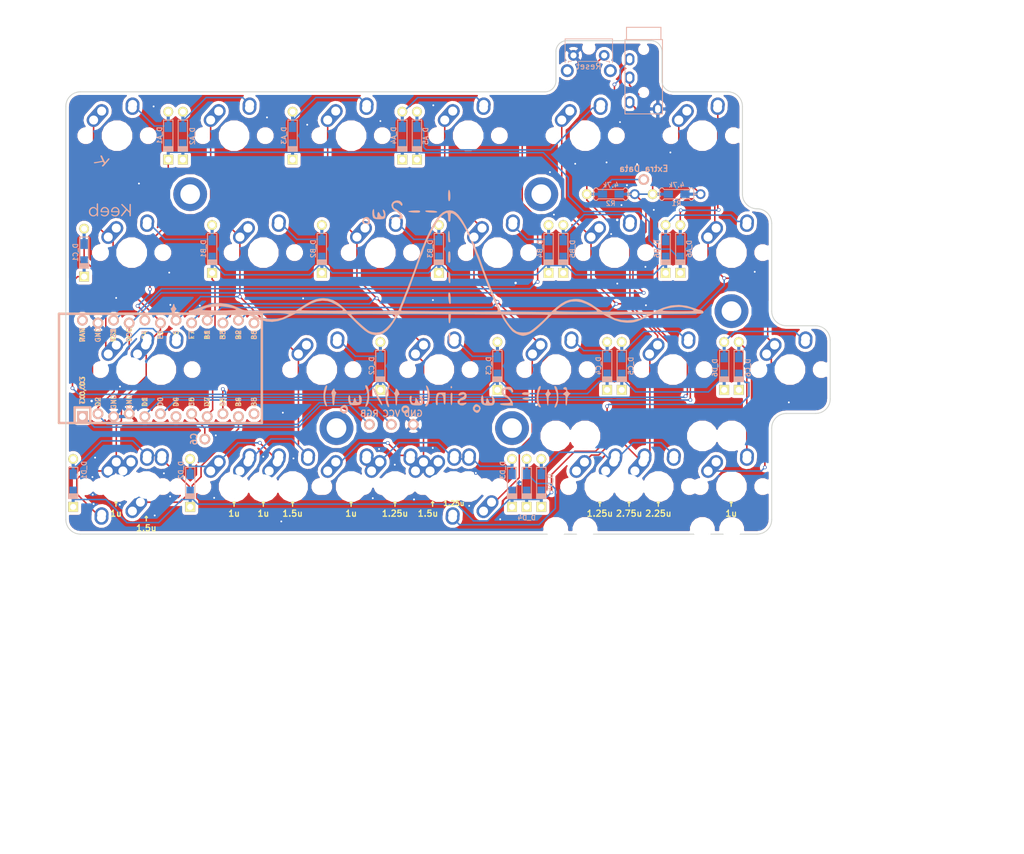
<source format=kicad_pcb>
(kicad_pcb (version 20171130) (host pcbnew "(6.0.0-rc1-dev-1292-gca2390e4f)")
  (layers (0 F.Cu signal) (31 B.Cu signal) (34 B.Paste user) (35 F.Paste user) (36 B.SilkS user) (37 F.SilkS user) (38 B.Mask user) (39 F.Mask user) (44 Edge.Cuts user))
  (net 0 "")
  (net 1 GND)
  (net 2 "Net-(D_A1-Pad2)")
  (net 3 "Net-(D_A2-Pad2)")
  (net 4 "Net-(D_A3-Pad2)")
  (net 5 "Net-(D_A4-Pad2)")
  (net 6 "Net-(D_A5-Pad2)")
  (net 7 "Net-(D_A6-Pad2)")
  (net 8 "Net-(D_B1-Pad2)")
  (net 9 "Net-(D_B2-Pad2)")
  (net 10 "Net-(D_B3-Pad2)")
  (net 11 "Net-(D_B4-Pad2)")
  (net 12 "Net-(D_B5-Pad2)")
  (net 13 "Net-(D_B6-Pad2)")
  (net 14 "Net-(D_C1-Pad2)")
  (net 15 "Net-(D_C2-Pad2)")
  (net 16 "Net-(D_C3-Pad2)")
  (net 17 "Net-(D_C4-Pad2)")
  (net 18 "Net-(D_C5-Pad2)")
  (net 19 "Net-(D_C6-Pad2)")
  (net 20 "Net-(D_D1-Pad2)")
  (net 21 "Net-(D_D2-Pad2)")
  (net 22 "Net-(D_D3-Pad2)")
  (net 23 "Net-(D_D5-Pad2)")
  (net 24 VCC)
  (net 25 RGB)
  (net 26 C6)
  (net 27 data)
  (net 28 data2)
  (net 29 reset)
  (net 30 rowB)
  (net 31 rowC)
  (net 32 rowD)
  (net 33 col6)
  (net 34 col5)
  (net 35 col4)
  (net 36 col3)
  (net 37 col2)
  (net 38 col1)
  (net 39 rowA)
  (net 40 "Net-(D_D4-Pad2)")
  (net 41 "Net-(D_D6-Pad2)")
  (net 42 "Net-(U1-Pad24)")
  (net 43 LED)
  (net 44 col7)
  (net 45 "Net-(U1-Pad7)")
  (module natsukium-Parts:TRRS-PJ-320A (layer B.Cu) (at 110.728404 9.354703 180)
    (fp_text reference U2)
    (fp_text value TRRS)
    (pad 3 thru_hole oval (at 2.3 -6.2 180) (size 1.6 2) (drill oval 0.9 1.3) (layers *.Cu *.Mask) (net 27 data))
    (pad "" np_thru_hole circle (at 0 -1.6 180) (size 0.8 0.8) (drill 0.8) (layers *.Cu *.Mask))
    (pad "" np_thru_hole circle (at 0 -8.6 180) (size 0.8 0.8) (drill 0.8) (layers *.Cu *.Mask))
    (pad 4 thru_hole oval (at 2.3 -3.2 180) (size 1.6 2) (drill oval 0.9 1.3) (layers *.Cu *.Mask) (net 28 data2))
    (pad 2 thru_hole oval (at 2.3 -10.2 180) (size 1.6 2) (drill oval 0.9 1.3) (layers *.Cu *.Mask) (net 24 VCC))
    (pad 1 thru_hole oval (at -2.3 -11.3 180) (size 1.6 2) (drill oval 0.9 1.3) (layers *.Cu *.Mask) (net 1 GND))
  )
  (module natsukium-Parts:ArduinoProMicro-ZigZag (layer F.Cu) (at 33.337528 62.901605)
    (fp_text reference U1 hide)
    (fp_text value ProMicro hide)
    (fp_text user ST (at -8.91 -5.04 90) (layer B.SilkS) (effects (font (size 0.8 0.8)) (justify mirror)))
    (fp_text user TX0/D3 (at -13.97 3.571872 90) (layer F.SilkS) (effects (font (size 0.8 0.8))))
    (fp_text user TX0/D3 (at -13.97 3.571872 90) (layer B.SilkS) (effects (font (size 0.8 0.8)) (justify mirror)))
    (fp_text user D2 (at -11.43 5.461 90) (layer F.SilkS) (effects (font (size 0.8 0.8))))
    (fp_text user D0 (at -1.27 5.461 90) (layer F.SilkS) (effects (font (size 0.8 0.8))))
    (fp_text user D1 (at -3.81 5.461 90) (layer F.SilkS) (effects (font (size 0.8 0.8))))
    (fp_text user GND (at -6.35 5.461 90) (layer F.SilkS) (effects (font (size 0.8 0.8))))
    (fp_text user GND (at -8.89 5.461 90) (layer F.SilkS) (effects (font (size 0.8 0.8))))
    (fp_text user D4 (at 1.27 5.461 90) (layer F.SilkS) (effects (font (size 0.8 0.8))))
    (fp_text user C6 (at 3.81 5.461 90) (layer F.SilkS) (effects (font (size 0.8 0.8))))
    (fp_text user D7 (at 6.35 5.461 90) (layer F.SilkS) (effects (font (size 0.8 0.8))))
    (fp_text user E6 (at 8.89 5.461 90) (layer F.SilkS) (effects (font (size 0.8 0.8))))
    (fp_text user B4 (at 11.43 5.461 90) (layer F.SilkS) (effects (font (size 0.8 0.8))))
    (fp_text user B5 (at 13.97 5.461 90) (layer F.SilkS) (effects (font (size 0.8 0.8))))
    (fp_text user B6 (at 13.97 -5.461 90) (layer F.SilkS) (effects (font (size 0.8 0.8))))
    (fp_text user B2 (at 11.43 -5.461 90) (layer B.SilkS) (effects (font (size 0.8 0.8)) (justify mirror)))
    (fp_text user B3 (at 8.89 -5.461 90) (layer F.SilkS) (effects (font (size 0.8 0.8))))
    (fp_text user B1 (at 6.35 -5.461 90) (layer F.SilkS) (effects (font (size 0.8 0.8))))
    (fp_text user F7 (at 3.81 -5.461 90) (layer B.SilkS) (effects (font (size 0.8 0.8)) (justify mirror)))
    (fp_text user F6 (at 1.27 -5.461 90) (layer B.SilkS) (effects (font (size 0.8 0.8)) (justify mirror)))
    (fp_text user F5 (at -1.27 -5.461 90) (layer B.SilkS) (effects (font (size 0.8 0.8)) (justify mirror)))
    (fp_text user F4 (at -3.81 -5.461 90) (layer F.SilkS) (effects (font (size 0.8 0.8))))
    (fp_text user VCC (at -6.35 -5.461 90) (layer F.SilkS) (effects (font (size 0.8 0.8))))
    (fp_text user ST (at -8.92 -5.73312 90) (layer F.SilkS) (effects (font (size 0.8 0.8))))
    (fp_text user GND (at -11.43 -5.461 90) (layer F.SilkS) (effects (font (size 0.8 0.8))))
    (fp_text user RAW (at -13.97 -5.461 90) (layer F.SilkS) (effects (font (size 0.8 0.8))))
    (fp_text user RAW (at -13.97 -5.461 90) (layer B.SilkS) (effects (font (size 0.8 0.8)) (justify mirror)))
    (fp_text user GND (at -11.43 -5.461 90) (layer B.SilkS) (effects (font (size 0.8 0.8)) (justify mirror)))
    (fp_text user VCC (at -6.35 -5.461 90) (layer B.SilkS) (effects (font (size 0.8 0.8)) (justify mirror)))
    (fp_text user F4 (at -3.81 -5.461 90) (layer B.SilkS) (effects (font (size 0.8 0.8)) (justify mirror)))
    (fp_text user F5 (at -1.27 -5.461 90) (layer F.SilkS) (effects (font (size 0.8 0.8))))
    (fp_text user F6 (at 1.27 -5.461 90) (layer F.SilkS) (effects (font (size 0.8 0.8))))
    (fp_text user F7 (at 3.81 -5.461 90) (layer F.SilkS) (effects (font (size 0.8 0.8))))
    (fp_text user B1 (at 6.35 -5.461 90) (layer B.SilkS) (effects (font (size 0.8 0.8)) (justify mirror)))
    (fp_text user B3 (at 8.89 -5.461 90) (layer B.SilkS) (effects (font (size 0.8 0.8)) (justify mirror)))
    (fp_text user B2 (at 11.43 -5.461 90) (layer F.SilkS) (effects (font (size 0.8 0.8))))
    (fp_text user B6 (at 13.97 -5.461 90) (layer B.SilkS) (effects (font (size 0.8 0.8)) (justify mirror)))
    (fp_text user B5 (at 13.97 5.461 90) (layer B.SilkS) (effects (font (size 0.8 0.8)) (justify mirror)))
    (fp_text user B4 (at 11.43 5.461 90) (layer B.SilkS) (effects (font (size 0.8 0.8)) (justify mirror)))
    (fp_text user E6 (at 8.89 5.461 90) (layer B.SilkS) (effects (font (size 0.8 0.8)) (justify mirror)))
    (fp_text user D7 (at 6.35 5.461 90) (layer B.SilkS) (effects (font (size 0.8 0.8)) (justify mirror)))
    (fp_text user C6 (at 3.81 5.461 90) (layer B.SilkS) (effects (font (size 0.8 0.8)) (justify mirror)))
    (fp_text user D4 (at 1.27 5.461 90) (layer B.SilkS) (effects (font (size 0.8 0.8)) (justify mirror)))
    (fp_text user GND (at -8.89 5.461 90) (layer B.SilkS) (effects (font (size 0.8 0.8)) (justify mirror)))
    (fp_text user GND (at -6.35 5.461 90) (layer B.SilkS) (effects (font (size 0.8 0.8)) (justify mirror)))
    (fp_text user D1 (at -3.81 5.461 90) (layer B.SilkS) (effects (font (size 0.8 0.8)) (justify mirror)))
    (fp_text user D0 (at -1.27 5.461 90) (layer B.SilkS) (effects (font (size 0.8 0.8)) (justify mirror)))
    (fp_text user D2 (at -11.43 5.461 90) (layer B.SilkS) (effects (font (size 0.8 0.8)) (justify mirror)))
    (pad 24 thru_hole circle (at -13.97 -7.8486) (size 1.7526 1.7526) (drill 1.0922) (layers *.Cu *.SilkS *.Mask) (net 42 "Net-(U1-Pad24)"))
    (pad 12 thru_hole circle (at 13.97 7.3914) (size 1.7526 1.7526) (drill 1.0922) (layers *.Cu *.SilkS *.Mask) (net 43 LED))
    (pad 23 thru_hole circle (at -11.43 -7.3914) (size 1.7526 1.7526) (drill 1.0922) (layers *.Cu *.SilkS *.Mask) (net 1 GND))
    (pad 22 thru_hole circle (at -8.89 -7.8486) (size 1.7526 1.7526) (drill 1.0922) (layers *.Cu *.SilkS *.Mask) (net 29 reset))
    (pad 21 thru_hole circle (at -6.35 -7.3914) (size 1.7526 1.7526) (drill 1.0922) (layers *.Cu *.SilkS *.Mask) (net 24 VCC))
    (pad 20 thru_hole circle (at -3.81 -7.8486) (size 1.7526 1.7526) (drill 1.0922) (layers *.Cu *.SilkS *.Mask) (net 39 rowA))
    (pad 19 thru_hole circle (at -1.27 -7.3914) (size 1.7526 1.7526) (drill 1.0922) (layers *.Cu *.SilkS *.Mask) (net 38 col1))
    (pad 18 thru_hole circle (at 1.27 -7.8486) (size 1.7526 1.7526) (drill 1.0922) (layers *.Cu *.SilkS *.Mask) (net 37 col2))
    (pad 17 thru_hole circle (at 3.81 -7.3914) (size 1.7526 1.7526) (drill 1.0922) (layers *.Cu *.SilkS *.Mask) (net 36 col3))
    (pad 16 thru_hole circle (at 6.35 -7.8486) (size 1.7526 1.7526) (drill 1.0922) (layers *.Cu *.SilkS *.Mask) (net 35 col4))
    (pad 15 thru_hole circle (at 8.89 -7.3914) (size 1.7526 1.7526) (drill 1.0922) (layers *.Cu *.SilkS *.Mask) (net 34 col5))
    (pad 14 thru_hole circle (at 11.43 -7.8486) (size 1.7526 1.7526) (drill 1.0922) (layers *.Cu *.SilkS *.Mask) (net 33 col6))
    (pad 13 thru_hole circle (at 13.97 -7.3914) (size 1.7526 1.7526) (drill 1.0922) (layers *.Cu *.SilkS *.Mask) (net 44 col7))
    (pad 11 thru_hole circle (at 11.43 7.8486) (size 1.7526 1.7526) (drill 1.0922) (layers *.Cu *.SilkS *.Mask) (net 32 rowD))
    (pad 10 thru_hole circle (at 8.89 7.3914) (size 1.7526 1.7526) (drill 1.0922) (layers *.Cu *.SilkS *.Mask) (net 31 rowC))
    (pad 9 thru_hole circle (at 6.35 7.8486) (size 1.7526 1.7526) (drill 1.0922) (layers *.Cu *.SilkS *.Mask) (net 30 rowB))
    (pad 8 thru_hole circle (at 3.81 7.3914) (size 1.7526 1.7526) (drill 1.0922) (layers *.Cu *.SilkS *.Mask) (net 26 C6))
    (pad 7 thru_hole circle (at 1.27 7.8486) (size 1.7526 1.7526) (drill 1.0922) (layers *.Cu *.SilkS *.Mask) (net 45 "Net-(U1-Pad7)"))
    (pad 6 thru_hole circle (at -1.27 7.3914) (size 1.7526 1.7526) (drill 1.0922) (layers *.Cu *.SilkS *.Mask) (net 27 data))
    (pad 5 thru_hole circle (at -3.81 7.8486) (size 1.7526 1.7526) (drill 1.0922) (layers *.Cu *.SilkS *.Mask) (net 28 data2))
    (pad 4 thru_hole circle (at -6.35 7.3914) (size 1.7526 1.7526) (drill 1.0922) (layers *.Cu *.SilkS *.Mask) (net 1 GND))
    (pad 3 thru_hole circle (at -8.89 7.8486) (size 1.7526 1.7526) (drill 1.0922) (layers *.Cu *.SilkS *.Mask) (net 1 GND))
    (pad 2 thru_hole circle (at -11.43 7.3914) (size 1.7526 1.7526) (drill 1.0922) (layers *.Cu *.SilkS *.Mask) (net 24 VCC))
    (pad 1 thru_hole rect (at -13.97 7.8486) (size 1.7526 1.7526) (drill 1.0922) (layers *.Cu *.SilkS *.Mask) (net 25 RGB))
  )
  (module MX_Alps_Hybrid:MX-1.75U-NoLED (layer F.Cu) (at 32.143796 63.100032)
    (fp_text reference SW_C1)
    (fp_text value SW_PUSH)
    (pad "" np_thru_hole circle (at 5.08 0 48.0996) (size 1.75 1.75) (drill 1.75) (layers *.Cu *.Mask))
    (pad "" np_thru_hole circle (at -5.08 0 48.0996) (size 1.75 1.75) (drill 1.75) (layers *.Cu *.Mask))
    (pad 1 thru_hole circle (at -2.5 -4) (size 2.25 2.25) (drill 1.47) (layers *.Cu B.Mask) (net 38 col1))
    (pad "" np_thru_hole circle (at 0 0) (size 3.9878 3.9878) (drill 3.9878) (layers *.Cu *.Mask))
    (pad 1 thru_hole oval (at -3.81 -2.54 48.0996) (size 4.211556 2.25) (drill 1.47 (offset 0.980778 0)) (layers *.Cu B.Mask) (net 38 col1))
    (pad 2 thru_hole circle (at 2.54 -5.08) (size 2.25 2.25) (drill 1.47) (layers *.Cu B.Mask) (net 14 "Net-(D_C1-Pad2)"))
    (pad 2 thru_hole oval (at 2.5 -4.5 86.0548) (size 2.831378 2.25) (drill 1.47 (offset 0.290689 0)) (layers *.Cu B.Mask) (net 14 "Net-(D_C1-Pad2)"))
  )
  (module natsukium-Parts:VIA-0.6mm (layer F.Cu) (at 134.35 68.44)
    (fp_text reference REF** hide)
    (fp_text value VIA-0.6mm hide)
    (pad 1 thru_hole circle (at 0 0) (size 0.6 0.6) (drill 0.3) (layers *.Cu) (net 1 GND))
  )
  (module natsukium-Parts:VIA-0.6mm (layer F.Cu) (at 105.43 41.02)
    (fp_text reference REF** hide)
    (fp_text value VIA-0.6mm hide)
    (pad 1 thru_hole circle (at 0 0) (size 0.6 0.6) (drill 0.3) (layers *.Cu) (net 1 GND))
  )
  (module natsukium-Parts:Diode-Hybrid-Back (layer F.Cu) (at 91.678048 81.557744 270)
    (fp_text reference D_D4 (at 5.655757 -0.000308) (layer B.SilkS) (effects (font (size 0.8 0.8)) (justify mirror)))
    (fp_text value D hide)
    (pad 1 thru_hole rect (at 3.9 0 270) (size 1.6 1.6) (drill 1) (layers *.Cu *.Mask F.SilkS) (net 32 rowD))
    (pad 2 thru_hole circle (at -3.9 0 270) (size 1.6 1.6) (drill 1) (layers *.Cu *.Mask F.SilkS) (net 40 "Net-(D_D4-Pad2)"))
    (pad 1 smd rect (at 2.5 0 270) (size 2.9 0.5) (layers B.Cu) (net 32 rowD))
    (pad 1 smd rect (at 1.4 0 270) (size 1.6 1.2) (layers B.Cu B.Paste B.Mask) (net 32 rowD))
    (pad 2 smd rect (at -1.4 0 270) (size 1.6 1.2) (layers B.Cu B.Paste B.Mask) (net 40 "Net-(D_D4-Pad2)"))
    (pad 2 smd rect (at -2.5 0 270) (size 2.9 0.5) (layers B.Cu) (net 40 "Net-(D_D4-Pad2)"))
  )
  (module natsukium-Parts:Diode-Hybrid-Back (layer F.Cu) (at 40.481284 43.457849 270)
    (fp_text reference D_B1 (at -0.0254 1.4 270) (layer B.SilkS) (effects (font (size 0.8 0.8)) (justify mirror)))
    (fp_text value D hide)
    (pad 1 thru_hole rect (at 3.9 0 270) (size 1.6 1.6) (drill 1) (layers *.Cu *.Mask F.SilkS) (net 30 rowB))
    (pad 2 thru_hole circle (at -3.9 0 270) (size 1.6 1.6) (drill 1) (layers *.Cu *.Mask F.SilkS) (net 8 "Net-(D_B1-Pad2)"))
    (pad 1 smd rect (at 2.5 0 270) (size 2.9 0.5) (layers B.Cu) (net 30 rowB))
    (pad 1 smd rect (at 1.4 0 270) (size 1.6 1.2) (layers B.Cu B.Paste B.Mask) (net 30 rowB))
    (pad 2 smd rect (at -1.4 0 270) (size 1.6 1.2) (layers B.Cu B.Paste B.Mask) (net 8 "Net-(D_B1-Pad2)"))
    (pad 2 smd rect (at -2.5 0 270) (size 2.9 0.5) (layers B.Cu) (net 8 "Net-(D_B1-Pad2)"))
  )
  (module natsukium-Parts:Diode-Hybrid-Back (layer F.Cu) (at 94.059296 81.557744 270)
    (fp_text reference D_D5 (at -0.0254 -1.488601 270) (layer B.SilkS) (effects (font (size 0.8 0.8)) (justify mirror)))
    (fp_text value D hide)
    (pad 1 thru_hole rect (at 3.9 0 270) (size 1.6 1.6) (drill 1) (layers *.Cu *.Mask F.SilkS) (net 32 rowD))
    (pad 2 thru_hole circle (at -3.9 0 270) (size 1.6 1.6) (drill 1) (layers *.Cu *.Mask F.SilkS) (net 23 "Net-(D_D5-Pad2)"))
    (pad 1 smd rect (at 2.5 0 270) (size 2.9 0.5) (layers B.Cu) (net 32 rowD))
    (pad 1 smd rect (at 1.4 0 270) (size 1.6 1.2) (layers B.Cu B.Paste B.Mask) (net 32 rowD))
    (pad 2 smd rect (at -1.4 0 270) (size 1.6 1.2) (layers B.Cu B.Paste B.Mask) (net 23 "Net-(D_D5-Pad2)"))
    (pad 2 smd rect (at -2.5 0 270) (size 2.9 0.5) (layers B.Cu) (net 23 "Net-(D_D5-Pad2)"))
  )
  (module natsukium-Parts:Diode-Hybrid-Back (layer F.Cu) (at 89.29695 81.557881 270)
    (fp_text reference D_D3 (at -2.083462 1.488135 270) (layer B.SilkS) (effects (font (size 0.8 0.8)) (justify mirror)))
    (fp_text value D hide)
    (pad 1 thru_hole rect (at 3.9 0 270) (size 1.6 1.6) (drill 1) (layers *.Cu *.Mask F.SilkS) (net 32 rowD))
    (pad 2 thru_hole circle (at -3.9 0 270) (size 1.6 1.6) (drill 1) (layers *.Cu *.Mask F.SilkS) (net 22 "Net-(D_D3-Pad2)"))
    (pad 1 smd rect (at 2.5 0 270) (size 2.9 0.5) (layers B.Cu) (net 32 rowD))
    (pad 1 smd rect (at 1.4 0 270) (size 1.6 1.2) (layers B.Cu B.Paste B.Mask) (net 32 rowD))
    (pad 2 smd rect (at -1.4 0 270) (size 1.6 1.2) (layers B.Cu B.Paste B.Mask) (net 22 "Net-(D_D3-Pad2)"))
    (pad 2 smd rect (at -2.5 0 270) (size 2.9 0.5) (layers B.Cu) (net 22 "Net-(D_D3-Pad2)"))
  )
  (module natsukium-Parts:Diode-Hybrid-Back (layer F.Cu) (at 36.909344 81.557881 270)
    (fp_text reference D_D2 (at -2.083462 1.488161 270) (layer B.SilkS) (effects (font (size 0.8 0.8)) (justify mirror)))
    (fp_text value D hide)
    (pad 1 thru_hole rect (at 3.9 0 270) (size 1.6 1.6) (drill 1) (layers *.Cu *.Mask F.SilkS) (net 32 rowD))
    (pad 2 thru_hole circle (at -3.9 0 270) (size 1.6 1.6) (drill 1) (layers *.Cu *.Mask F.SilkS) (net 21 "Net-(D_D2-Pad2)"))
    (pad 1 smd rect (at 2.5 0 270) (size 2.9 0.5) (layers B.Cu) (net 32 rowD))
    (pad 1 smd rect (at 1.4 0 270) (size 1.6 1.2) (layers B.Cu B.Paste B.Mask) (net 32 rowD))
    (pad 2 smd rect (at -1.4 0 270) (size 1.6 1.2) (layers B.Cu B.Paste B.Mask) (net 21 "Net-(D_D2-Pad2)"))
    (pad 2 smd rect (at -2.5 0 270) (size 2.9 0.5) (layers B.Cu) (net 21 "Net-(D_D2-Pad2)"))
  )
  (module natsukium-Parts:Diode-Hybrid-Back (layer F.Cu) (at 17.85936 81.557881 270)
    (fp_text reference D_D1 (at -2.083462 -1.786002 270) (layer B.SilkS) (effects (font (size 0.8 0.8)) (justify mirror)))
    (fp_text value D hide)
    (pad 1 thru_hole rect (at 3.9 0 270) (size 1.6 1.6) (drill 1) (layers *.Cu *.Mask F.SilkS) (net 32 rowD))
    (pad 2 thru_hole circle (at -3.9 0 270) (size 1.6 1.6) (drill 1) (layers *.Cu *.Mask F.SilkS) (net 20 "Net-(D_D1-Pad2)"))
    (pad 1 smd rect (at 2.5 0 270) (size 2.9 0.5) (layers B.Cu) (net 32 rowD))
    (pad 1 smd rect (at 1.4 0 270) (size 1.6 1.2) (layers B.Cu B.Paste B.Mask) (net 32 rowD))
    (pad 2 smd rect (at -1.4 0 270) (size 1.6 1.2) (layers B.Cu B.Paste B.Mask) (net 20 "Net-(D_D1-Pad2)"))
    (pad 2 smd rect (at -2.5 0 270) (size 2.9 0.5) (layers B.Cu) (net 20 "Net-(D_D1-Pad2)"))
  )
  (module natsukium-Parts:Diode-Hybrid-Back (layer F.Cu) (at 123.825104 62.507865 270)
    (fp_text reference D_C6 (at 0.297762 -3.869749 270) (layer B.SilkS) (effects (font (size 0.8 0.8)) (justify mirror)))
    (fp_text value D hide)
    (pad 1 thru_hole rect (at 3.9 0 270) (size 1.6 1.6) (drill 1) (layers *.Cu *.Mask F.SilkS) (net 31 rowC))
    (pad 2 thru_hole circle (at -3.9 0 270) (size 1.6 1.6) (drill 1) (layers *.Cu *.Mask F.SilkS) (net 19 "Net-(D_C6-Pad2)"))
    (pad 1 smd rect (at 2.5 0 270) (size 2.9 0.5) (layers B.Cu) (net 31 rowC))
    (pad 1 smd rect (at 1.4 0 270) (size 1.6 1.2) (layers B.Cu B.Paste B.Mask) (net 31 rowC))
    (pad 2 smd rect (at -1.4 0 270) (size 1.6 1.2) (layers B.Cu B.Paste B.Mask) (net 19 "Net-(D_C6-Pad2)"))
    (pad 2 smd rect (at -2.5 0 270) (size 2.9 0.5) (layers B.Cu) (net 19 "Net-(D_C6-Pad2)"))
  )
  (module natsukium-Parts:Diode-Hybrid-Back (layer F.Cu) (at 107.15634 62.507865 270)
    (fp_text reference D_C5 (at 0.000105 -1.488465 270) (layer B.SilkS) (effects (font (size 0.8 0.8)) (justify mirror)))
    (fp_text value D hide)
    (pad 1 thru_hole rect (at 3.9 0 270) (size 1.6 1.6) (drill 1) (layers *.Cu *.Mask F.SilkS) (net 31 rowC))
    (pad 2 thru_hole circle (at -3.9 0 270) (size 1.6 1.6) (drill 1) (layers *.Cu *.Mask F.SilkS) (net 18 "Net-(D_C5-Pad2)"))
    (pad 1 smd rect (at 2.5 0 270) (size 2.9 0.5) (layers B.Cu) (net 31 rowC))
    (pad 1 smd rect (at 1.4 0 270) (size 1.6 1.2) (layers B.Cu B.Paste B.Mask) (net 31 rowC))
    (pad 2 smd rect (at -1.4 0 270) (size 1.6 1.2) (layers B.Cu B.Paste B.Mask) (net 18 "Net-(D_C5-Pad2)"))
    (pad 2 smd rect (at -2.5 0 270) (size 2.9 0.5) (layers B.Cu) (net 18 "Net-(D_C5-Pad2)"))
  )
  (module natsukium-Parts:Diode-Hybrid-Back (layer F.Cu) (at 104.775088 62.507865 270)
    (fp_text reference D_C4 (at -0.0254 1.4 270) (layer B.SilkS) (effects (font (size 0.8 0.8)) (justify mirror)))
    (fp_text value D hide)
    (pad 1 thru_hole rect (at 3.9 0 270) (size 1.6 1.6) (drill 1) (layers *.Cu *.Mask F.SilkS) (net 31 rowC))
    (pad 2 thru_hole circle (at -3.9 0 270) (size 1.6 1.6) (drill 1) (layers *.Cu *.Mask F.SilkS) (net 17 "Net-(D_C4-Pad2)"))
    (pad 1 smd rect (at 2.5 0 270) (size 2.9 0.5) (layers B.Cu) (net 31 rowC))
    (pad 1 smd rect (at 1.4 0 270) (size 1.6 1.2) (layers B.Cu B.Paste B.Mask) (net 31 rowC))
    (pad 2 smd rect (at -1.4 0 270) (size 1.6 1.2) (layers B.Cu B.Paste B.Mask) (net 17 "Net-(D_C4-Pad2)"))
    (pad 2 smd rect (at -2.5 0 270) (size 2.9 0.5) (layers B.Cu) (net 17 "Net-(D_C4-Pad2)"))
  )
  (module natsukium-Parts:Diode-Hybrid-Back (layer F.Cu) (at 86.915698 62.507865 270)
    (fp_text reference D_C3 (at -0.0254 1.4 270) (layer B.SilkS) (effects (font (size 0.8 0.8)) (justify mirror)))
    (fp_text value D hide)
    (pad 1 thru_hole rect (at 3.9 0 270) (size 1.6 1.6) (drill 1) (layers *.Cu *.Mask F.SilkS) (net 31 rowC))
    (pad 2 thru_hole circle (at -3.9 0 270) (size 1.6 1.6) (drill 1) (layers *.Cu *.Mask F.SilkS) (net 16 "Net-(D_C3-Pad2)"))
    (pad 1 smd rect (at 2.5 0 270) (size 2.9 0.5) (layers B.Cu) (net 31 rowC))
    (pad 1 smd rect (at 1.4 0 270) (size 1.6 1.2) (layers B.Cu B.Paste B.Mask) (net 31 rowC))
    (pad 2 smd rect (at -1.4 0 270) (size 1.6 1.2) (layers B.Cu B.Paste B.Mask) (net 16 "Net-(D_C3-Pad2)"))
    (pad 2 smd rect (at -2.5 0 270) (size 2.9 0.5) (layers B.Cu) (net 16 "Net-(D_C3-Pad2)"))
  )
  (module natsukium-Parts:Diode-Hybrid-Back (layer F.Cu) (at 67.865682 62.507865 270)
    (fp_text reference D_C2 (at -0.0254 1.4 270) (layer B.SilkS) (effects (font (size 0.8 0.8)) (justify mirror)))
    (fp_text value D hide)
    (pad 1 thru_hole rect (at 3.9 0 270) (size 1.6 1.6) (drill 1) (layers *.Cu *.Mask F.SilkS) (net 31 rowC))
    (pad 2 thru_hole circle (at -3.9 0 270) (size 1.6 1.6) (drill 1) (layers *.Cu *.Mask F.SilkS) (net 15 "Net-(D_C2-Pad2)"))
    (pad 1 smd rect (at 2.5 0 270) (size 2.9 0.5) (layers B.Cu) (net 31 rowC))
    (pad 1 smd rect (at 1.4 0 270) (size 1.6 1.2) (layers B.Cu B.Paste B.Mask) (net 31 rowC))
    (pad 2 smd rect (at -1.4 0 270) (size 1.6 1.2) (layers B.Cu B.Paste B.Mask) (net 15 "Net-(D_C2-Pad2)"))
    (pad 2 smd rect (at -2.5 0 270) (size 2.9 0.5) (layers B.Cu) (net 15 "Net-(D_C2-Pad2)"))
  )
  (module natsukium-Parts:Diode-Hybrid-Back (layer F.Cu) (at 19.645296 44.053088 270)
    (fp_text reference D_C1 (at -0.0254 1.4 270) (layer B.SilkS) (effects (font (size 0.8 0.8)) (justify mirror)))
    (fp_text value D hide)
    (pad 1 thru_hole rect (at 3.9 0 270) (size 1.6 1.6) (drill 1) (layers *.Cu *.Mask F.SilkS) (net 31 rowC))
    (pad 2 thru_hole circle (at -3.9 0 270) (size 1.6 1.6) (drill 1) (layers *.Cu *.Mask F.SilkS) (net 14 "Net-(D_C1-Pad2)"))
    (pad 1 smd rect (at 2.5 0 270) (size 2.9 0.5) (layers B.Cu) (net 31 rowC))
    (pad 1 smd rect (at 1.4 0 270) (size 1.6 1.2) (layers B.Cu B.Paste B.Mask) (net 31 rowC))
    (pad 2 smd rect (at -1.4 0 270) (size 1.6 1.2) (layers B.Cu B.Paste B.Mask) (net 14 "Net-(D_C1-Pad2)"))
    (pad 2 smd rect (at -2.5 0 270) (size 2.9 0.5) (layers B.Cu) (net 14 "Net-(D_C1-Pad2)"))
  )
  (module natsukium-Parts:Diode-Hybrid-Back (layer F.Cu) (at 114.300096 43.457849 270)
    (fp_text reference D_B6 (at -0.0254 1.4 270) (layer B.SilkS) (effects (font (size 0.8 0.8)) (justify mirror)))
    (fp_text value D hide)
    (pad 1 thru_hole rect (at 3.9 0 270) (size 1.6 1.6) (drill 1) (layers *.Cu *.Mask F.SilkS) (net 30 rowB))
    (pad 2 thru_hole circle (at -3.9 0 270) (size 1.6 1.6) (drill 1) (layers *.Cu *.Mask F.SilkS) (net 13 "Net-(D_B6-Pad2)"))
    (pad 1 smd rect (at 2.5 0 270) (size 2.9 0.5) (layers B.Cu) (net 30 rowB))
    (pad 1 smd rect (at 1.4 0 270) (size 1.6 1.2) (layers B.Cu B.Paste B.Mask) (net 30 rowB))
    (pad 2 smd rect (at -1.4 0 270) (size 1.6 1.2) (layers B.Cu B.Paste B.Mask) (net 13 "Net-(D_B6-Pad2)"))
    (pad 2 smd rect (at -2.5 0 270) (size 2.9 0.5) (layers B.Cu) (net 13 "Net-(D_B6-Pad2)"))
  )
  (module natsukium-Parts:Diode-Hybrid-Back (layer F.Cu) (at 97.631332 43.457849 270)
    (fp_text reference D_B5 (at -0.000073 -1.509293 270) (layer B.SilkS) (effects (font (size 0.8 0.8)) (justify mirror)))
    (fp_text value D hide)
    (pad 1 thru_hole rect (at 3.9 0 270) (size 1.6 1.6) (drill 1) (layers *.Cu *.Mask F.SilkS) (net 30 rowB))
    (pad 2 thru_hole circle (at -3.9 0 270) (size 1.6 1.6) (drill 1) (layers *.Cu *.Mask F.SilkS) (net 12 "Net-(D_B5-Pad2)"))
    (pad 1 smd rect (at 2.5 0 270) (size 2.9 0.5) (layers B.Cu) (net 30 rowB))
    (pad 1 smd rect (at 1.4 0 270) (size 1.6 1.2) (layers B.Cu B.Paste B.Mask) (net 30 rowB))
    (pad 2 smd rect (at -1.4 0 270) (size 1.6 1.2) (layers B.Cu B.Paste B.Mask) (net 12 "Net-(D_B5-Pad2)"))
    (pad 2 smd rect (at -2.5 0 270) (size 2.9 0.5) (layers B.Cu) (net 12 "Net-(D_B5-Pad2)"))
  )
  (module natsukium-Parts:Diode-Hybrid-Back (layer F.Cu) (at 95.25008 43.457849 270)
    (fp_text reference D_B4 (at -0.0254 1.4 270) (layer B.SilkS) (effects (font (size 0.8 0.8)) (justify mirror)))
    (fp_text value D hide)
    (pad 1 thru_hole rect (at 3.9 0 270) (size 1.6 1.6) (drill 1) (layers *.Cu *.Mask F.SilkS) (net 30 rowB))
    (pad 2 thru_hole circle (at -3.9 0 270) (size 1.6 1.6) (drill 1) (layers *.Cu *.Mask F.SilkS) (net 11 "Net-(D_B4-Pad2)"))
    (pad 1 smd rect (at 2.5 0 270) (size 2.9 0.5) (layers B.Cu) (net 30 rowB))
    (pad 1 smd rect (at 1.4 0 270) (size 1.6 1.2) (layers B.Cu B.Paste B.Mask) (net 30 rowB))
    (pad 2 smd rect (at -1.4 0 270) (size 1.6 1.2) (layers B.Cu B.Paste B.Mask) (net 11 "Net-(D_B4-Pad2)"))
    (pad 2 smd rect (at -2.5 0 270) (size 2.9 0.5) (layers B.Cu) (net 11 "Net-(D_B4-Pad2)"))
  )
  (module natsukium-Parts:Diode-Hybrid-Back (layer F.Cu) (at 77.39069 43.457849 270)
    (fp_text reference D_B3 (at -0.0254 1.4 270) (layer B.SilkS) (effects (font (size 0.8 0.8)) (justify mirror)))
    (fp_text value D hide)
    (pad 1 thru_hole rect (at 3.9 0 270) (size 1.6 1.6) (drill 1) (layers *.Cu *.Mask F.SilkS) (net 30 rowB))
    (pad 2 thru_hole circle (at -3.9 0 270) (size 1.6 1.6) (drill 1) (layers *.Cu *.Mask F.SilkS) (net 10 "Net-(D_B3-Pad2)"))
    (pad 1 smd rect (at 2.5 0 270) (size 2.9 0.5) (layers B.Cu) (net 30 rowB))
    (pad 1 smd rect (at 1.4 0 270) (size 1.6 1.2) (layers B.Cu B.Paste B.Mask) (net 30 rowB))
    (pad 2 smd rect (at -1.4 0 270) (size 1.6 1.2) (layers B.Cu B.Paste B.Mask) (net 10 "Net-(D_B3-Pad2)"))
    (pad 2 smd rect (at -2.5 0 270) (size 2.9 0.5) (layers B.Cu) (net 10 "Net-(D_B3-Pad2)"))
  )
  (module natsukium-Parts:Diode-Hybrid-Back (layer F.Cu) (at 58.340674 43.457849 270)
    (fp_text reference D_B2 (at -0.0254 1.4 270) (layer B.SilkS) (effects (font (size 0.8 0.8)) (justify mirror)))
    (fp_text value D hide)
    (pad 1 thru_hole rect (at 3.9 0 270) (size 1.6 1.6) (drill 1) (layers *.Cu *.Mask F.SilkS) (net 30 rowB))
    (pad 2 thru_hole circle (at -3.9 0 270) (size 1.6 1.6) (drill 1) (layers *.Cu *.Mask F.SilkS) (net 9 "Net-(D_B2-Pad2)"))
    (pad 1 smd rect (at 2.5 0 270) (size 2.9 0.5) (layers B.Cu) (net 30 rowB))
    (pad 1 smd rect (at 1.4 0 270) (size 1.6 1.2) (layers B.Cu B.Paste B.Mask) (net 30 rowB))
    (pad 2 smd rect (at -1.4 0 270) (size 1.6 1.2) (layers B.Cu B.Paste B.Mask) (net 9 "Net-(D_B2-Pad2)"))
    (pad 2 smd rect (at -2.5 0 270) (size 2.9 0.5) (layers B.Cu) (net 9 "Net-(D_B2-Pad2)"))
  )
  (module natsukium-Parts:Diode-Hybrid-Back (layer F.Cu) (at 116.681348 43.457849 270)
    (fp_text reference D_A6 (at -0.0254 -1.443652 270) (layer B.SilkS) (effects (font (size 0.8 0.8)) (justify mirror)))
    (fp_text value D hide)
    (pad 1 thru_hole rect (at 3.9 0 270) (size 1.6 1.6) (drill 1) (layers *.Cu *.Mask F.SilkS) (net 39 rowA))
    (pad 2 thru_hole circle (at -3.9 0 270) (size 1.6 1.6) (drill 1) (layers *.Cu *.Mask F.SilkS) (net 7 "Net-(D_A6-Pad2)"))
    (pad 1 smd rect (at 2.5 0 270) (size 2.9 0.5) (layers B.Cu) (net 39 rowA))
    (pad 1 smd rect (at 1.4 0 270) (size 1.6 1.2) (layers B.Cu B.Paste B.Mask) (net 39 rowA))
    (pad 2 smd rect (at -1.4 0 270) (size 1.6 1.2) (layers B.Cu B.Paste B.Mask) (net 7 "Net-(D_A6-Pad2)"))
    (pad 2 smd rect (at -2.5 0 270) (size 2.9 0.5) (layers B.Cu) (net 7 "Net-(D_A6-Pad2)"))
  )
  (module natsukium-Parts:Diode-Hybrid-Back (layer F.Cu) (at 73.818812 25.003146 270)
    (fp_text reference D_A5 (at 0.074979 -1.415563 270) (layer B.SilkS) (effects (font (size 0.8 0.8)) (justify mirror)))
    (fp_text value D hide)
    (pad 1 thru_hole rect (at 3.9 0 270) (size 1.6 1.6) (drill 1) (layers *.Cu *.Mask F.SilkS) (net 39 rowA))
    (pad 2 thru_hole circle (at -3.9 0 270) (size 1.6 1.6) (drill 1) (layers *.Cu *.Mask F.SilkS) (net 6 "Net-(D_A5-Pad2)"))
    (pad 1 smd rect (at 2.5 0 270) (size 2.9 0.5) (layers B.Cu) (net 39 rowA))
    (pad 1 smd rect (at 1.4 0 270) (size 1.6 1.2) (layers B.Cu B.Paste B.Mask) (net 39 rowA))
    (pad 2 smd rect (at -1.4 0 270) (size 1.6 1.2) (layers B.Cu B.Paste B.Mask) (net 6 "Net-(D_A5-Pad2)"))
    (pad 2 smd rect (at -2.5 0 270) (size 2.9 0.5) (layers B.Cu) (net 6 "Net-(D_A5-Pad2)"))
  )
  (module natsukium-Parts:Diode-Hybrid-Back (layer F.Cu) (at 71.43756 25.003146 270)
    (fp_text reference D_A4 (at -0.0254 1.4 270) (layer B.SilkS) (effects (font (size 0.8 0.8)) (justify mirror)))
    (fp_text value D hide)
    (pad 1 thru_hole rect (at 3.9 0 270) (size 1.6 1.6) (drill 1) (layers *.Cu *.Mask F.SilkS) (net 39 rowA))
    (pad 2 thru_hole circle (at -3.9 0 270) (size 1.6 1.6) (drill 1) (layers *.Cu *.Mask F.SilkS) (net 5 "Net-(D_A4-Pad2)"))
    (pad 1 smd rect (at 2.5 0 270) (size 2.9 0.5) (layers B.Cu) (net 39 rowA))
    (pad 1 smd rect (at 1.4 0 270) (size 1.6 1.2) (layers B.Cu B.Paste B.Mask) (net 39 rowA))
    (pad 2 smd rect (at -1.4 0 270) (size 1.6 1.2) (layers B.Cu B.Paste B.Mask) (net 5 "Net-(D_A4-Pad2)"))
    (pad 2 smd rect (at -2.5 0 270) (size 2.9 0.5) (layers B.Cu) (net 5 "Net-(D_A4-Pad2)"))
  )
  (module natsukium-Parts:Diode-Hybrid-Back (layer F.Cu) (at 53.57817 25.003146 270)
    (fp_text reference D_A3 (at -0.0254 1.4 270) (layer B.SilkS) (effects (font (size 0.8 0.8)) (justify mirror)))
    (fp_text value D hide)
    (pad 1 thru_hole rect (at 3.9 0 270) (size 1.6 1.6) (drill 1) (layers *.Cu *.Mask F.SilkS) (net 39 rowA))
    (pad 2 thru_hole circle (at -3.9 0 270) (size 1.6 1.6) (drill 1) (layers *.Cu *.Mask F.SilkS) (net 4 "Net-(D_A3-Pad2)"))
    (pad 1 smd rect (at 2.5 0 270) (size 2.9 0.5) (layers B.Cu) (net 39 rowA))
    (pad 1 smd rect (at 1.4 0 270) (size 1.6 1.2) (layers B.Cu B.Paste B.Mask) (net 39 rowA))
    (pad 2 smd rect (at -1.4 0 270) (size 1.6 1.2) (layers B.Cu B.Paste B.Mask) (net 4 "Net-(D_A3-Pad2)"))
    (pad 2 smd rect (at -2.5 0 270) (size 2.9 0.5) (layers B.Cu) (net 4 "Net-(D_A3-Pad2)"))
  )
  (module natsukium-Parts:Diode-Hybrid-Back (layer F.Cu) (at 35.71878 25.003146 270)
    (fp_text reference D_A2 (at 0.074979 -1.546845 270) (layer B.SilkS) (effects (font (size 0.8 0.8)) (justify mirror)))
    (fp_text value D hide)
    (pad 1 thru_hole rect (at 3.9 0 270) (size 1.6 1.6) (drill 1) (layers *.Cu *.Mask F.SilkS) (net 39 rowA))
    (pad 2 thru_hole circle (at -3.9 0 270) (size 1.6 1.6) (drill 1) (layers *.Cu *.Mask F.SilkS) (net 3 "Net-(D_A2-Pad2)"))
    (pad 1 smd rect (at 2.5 0 270) (size 2.9 0.5) (layers B.Cu) (net 39 rowA))
    (pad 1 smd rect (at 1.4 0 270) (size 1.6 1.2) (layers B.Cu B.Paste B.Mask) (net 39 rowA))
    (pad 2 smd rect (at -1.4 0 270) (size 1.6 1.2) (layers B.Cu B.Paste B.Mask) (net 3 "Net-(D_A2-Pad2)"))
    (pad 2 smd rect (at -2.5 0 270) (size 2.9 0.5) (layers B.Cu) (net 3 "Net-(D_A2-Pad2)"))
  )
  (module natsukium-Parts:Diode-Hybrid-Back (layer F.Cu) (at 33.337528 25.003146 270)
    (fp_text reference D_A1 (at -0.0254 1.4 270) (layer B.SilkS) (effects (font (size 0.8 0.8)) (justify mirror)))
    (fp_text value D hide)
    (pad 1 thru_hole rect (at 3.9 0 270) (size 1.6 1.6) (drill 1) (layers *.Cu *.Mask F.SilkS) (net 39 rowA))
    (pad 2 thru_hole circle (at -3.9 0 270) (size 1.6 1.6) (drill 1) (layers *.Cu *.Mask F.SilkS) (net 2 "Net-(D_A1-Pad2)"))
    (pad 1 smd rect (at 2.5 0 270) (size 2.9 0.5) (layers B.Cu) (net 39 rowA))
    (pad 1 smd rect (at 1.4 0 270) (size 1.6 1.2) (layers B.Cu B.Paste B.Mask) (net 39 rowA))
    (pad 2 smd rect (at -1.4 0 270) (size 1.6 1.2) (layers B.Cu B.Paste B.Mask) (net 2 "Net-(D_A1-Pad2)"))
    (pad 2 smd rect (at -2.5 0 270) (size 2.9 0.5) (layers B.Cu) (net 2 "Net-(D_A1-Pad2)"))
  )
  (module natsukium-Parts:Diode-Hybrid-Back (layer F.Cu) (at 126.206356 62.507865 270)
    (fp_text reference D_D6 (at 0.297762 3.869329 270) (layer B.SilkS) (effects (font (size 0.8 0.8)) (justify mirror)))
    (fp_text value D hide)
    (pad 1 thru_hole rect (at 3.9 0 270) (size 1.6 1.6) (drill 1) (layers *.Cu *.Mask F.SilkS) (net 32 rowD))
    (pad 2 thru_hole circle (at -3.9 0 270) (size 1.6 1.6) (drill 1) (layers *.Cu *.Mask F.SilkS) (net 41 "Net-(D_D6-Pad2)"))
    (pad 1 smd rect (at 2.5 0 270) (size 2.9 0.5) (layers B.Cu) (net 32 rowD))
    (pad 1 smd rect (at 1.4 0 270) (size 1.6 1.2) (layers B.Cu B.Paste B.Mask) (net 32 rowD))
    (pad 2 smd rect (at -1.4 0 270) (size 1.6 1.2) (layers B.Cu B.Paste B.Mask) (net 41 "Net-(D_D6-Pad2)"))
    (pad 2 smd rect (at -2.5 0 270) (size 2.9 0.5) (layers B.Cu) (net 41 "Net-(D_D6-Pad2)"))
  )
  (module natsukium-Parts:VIA-0.6mm (layer F.Cu) (at 51.99 70.12)
    (fp_text reference REF** hide)
    (fp_text value VIA-0.6mm hide)
    (pad 1 thru_hole circle (at 0 0) (size 0.6 0.6) (drill 0.3) (layers *.Cu) (net 1 GND))
  )
  (module natsukium-Parts:Resistor-Hybrid-Back (layer F.Cu) (at 105.370401 34.528154)
    (fp_text reference R2 (at -0.0254 1.5) (layer B.SilkS) (effects (font (size 0.8 0.8)) (justify mirror)))
    (fp_text value 4.7k (at 0 -1.481279) (layer B.SilkS) (effects (font (size 0.8 0.8)) (justify mirror)))
    (pad 1 thru_hole circle (at 3.9 0) (size 1.6 1.6) (drill 1) (layers *.Cu *.Mask) (net 24 VCC))
    (pad 2 thru_hole circle (at -3.9 0) (size 1.6 1.6) (drill 1) (layers *.Cu *.Mask F.SilkS) (net 28 data2))
    (pad 1 smd rect (at 2.5 0) (size 2.9 0.5) (layers B.Cu) (net 24 VCC))
    (pad 1 smd rect (at 1.35 0) (size 1.5 1.2) (layers B.Cu B.Paste B.Mask) (net 24 VCC))
    (pad 2 smd rect (at -1.35 0) (size 1.5 1.2) (layers B.Cu B.Paste B.Mask) (net 28 data2))
    (pad 2 smd rect (at -2.5 0) (size 2.9 0.5) (layers B.Cu) (net 28 data2))
  )
  (module natsukium-Parts:Resistor-Hybrid-Back (layer F.Cu) (at 116.086035 34.528154)
    (fp_text reference R1 (at -0.0254 1.5) (layer B.SilkS) (effects (font (size 0.8 0.8)) (justify mirror)))
    (fp_text value 4.7k (at -0.000195 -1.481279) (layer B.SilkS) (effects (font (size 0.8 0.8)) (justify mirror)))
    (pad 1 thru_hole circle (at 3.9 0) (size 1.6 1.6) (drill 1) (layers *.Cu *.Mask) (net 27 data))
    (pad 2 thru_hole circle (at -3.9 0) (size 1.6 1.6) (drill 1) (layers *.Cu *.Mask F.SilkS) (net 24 VCC))
    (pad 1 smd rect (at 2.5 0) (size 2.9 0.5) (layers B.Cu) (net 27 data))
    (pad 1 smd rect (at 1.35 0) (size 1.5 1.2) (layers B.Cu B.Paste B.Mask) (net 27 data))
    (pad 2 smd rect (at -1.35 0) (size 1.5 1.2) (layers B.Cu B.Paste B.Mask) (net 24 VCC))
    (pad 2 smd rect (at -2.5 0) (size 2.9 0.5) (layers B.Cu) (net 24 VCC))
  )
  (module natsukium-Parts:VIA-0.6mm (layer F.Cu) (at 111.01 46.37)
    (fp_text reference REF** hide)
    (fp_text value VIA-0.6mm hide)
    (pad 1 thru_hole circle (at 0 0) (size 0.6 0.6) (drill 0.3) (layers *.Cu) (net 1 GND))
  )
  (module natsukium-Parts:VIA-0.6mm (layer F.Cu) (at 30.956224 20.240608)
    (fp_text reference REF** hide)
    (fp_text value VIA-0.6mm hide)
    (pad 1 thru_hole circle (at 0 0) (size 0.6 0.6) (drill 0.3) (layers *.Cu) (net 1 GND))
  )
  (module natsukium-Parts:VIA-0.6mm (layer F.Cu) (at 49.410896 22.026544)
    (fp_text reference REF** hide)
    (fp_text value VIA-0.6mm hide)
    (pad 1 thru_hole circle (at 0 0) (size 0.6 0.6) (drill 0.3) (layers *.Cu) (net 1 GND))
  )
  (module natsukium-Parts:VIA-0.6mm (layer F.Cu) (at 55.959328 23.217168)
    (fp_text reference REF** hide)
    (fp_text value VIA-0.6mm hide)
    (pad 1 thru_hole circle (at 0 0) (size 0.6 0.6) (drill 0.3) (layers *.Cu) (net 1 GND))
  )
  (module natsukium-Parts:VIA-0.6mm (layer F.Cu) (at 67.865568 22.621856)
    (fp_text reference REF** hide)
    (fp_text value VIA-0.6mm hide)
    (pad 1 thru_hole circle (at 0 0) (size 0.6 0.6) (drill 0.3) (layers *.Cu) (net 1 GND))
  )
  (module MX_Alps_Hybrid:MX-2.75U-ReversedStabilizers-NoLED (layer F.Cu) (at 108.34386 82.150048)
    (fp_text reference SW_D5)
    (fp_text value SW_PUSH)
    (pad "" np_thru_hole circle (at 11.938 -8.255) (size 3.9878 3.9878) (drill 3.9878) (layers *.Cu *.Mask))
    (pad "" np_thru_hole circle (at -11.938 -8.255) (size 3.9878 3.9878) (drill 3.9878) (layers *.Cu *.Mask))
    (pad "" np_thru_hole circle (at 11.938 6.985) (size 3.048 3.048) (drill 3.048) (layers *.Cu *.Mask))
    (pad "" np_thru_hole circle (at -11.938 6.985) (size 3.048 3.048) (drill 3.048) (layers *.Cu *.Mask))
    (pad "" np_thru_hole circle (at 5.08 0 48.0996) (size 1.75 1.75) (drill 1.75) (layers *.Cu *.Mask))
    (pad "" np_thru_hole circle (at -5.08 0 48.0996) (size 1.75 1.75) (drill 1.75) (layers *.Cu *.Mask))
    (pad 1 thru_hole circle (at -2.5 -4) (size 2.25 2.25) (drill 1.47) (layers *.Cu B.Mask) (net 23 "Net-(D_D5-Pad2)"))
    (pad "" np_thru_hole circle (at 0 0) (size 3.9878 3.9878) (drill 3.9878) (layers *.Cu *.Mask))
    (pad 1 thru_hole oval (at -3.81 -2.54 48.0996) (size 4.211556 2.25) (drill 1.47 (offset 0.980778 0)) (layers *.Cu B.Mask) (net 23 "Net-(D_D5-Pad2)"))
    (pad 2 thru_hole circle (at 2.54 -5.08) (size 2.25 2.25) (drill 1.47) (layers *.Cu B.Mask) (net 34 col5))
    (pad 2 thru_hole oval (at 2.5 -4.5 86.0548) (size 2.831378 2.25) (drill 1.47 (offset 0.290689 0)) (layers *.Cu B.Mask) (net 34 col5))
  )
  (module MX_Alps_Hybrid:MX-2.25U-ReversedStabilizers-NoLED (layer F.Cu) (at 113.106364 82.153056)
    (fp_text reference SW_Db5)
    (fp_text value SW_PUSH)
    (pad "" np_thru_hole circle (at 11.938 -8.255) (size 3.9878 3.9878) (drill 3.9878) (layers *.Cu *.Mask))
    (pad "" np_thru_hole circle (at -11.938 -8.255) (size 3.9878 3.9878) (drill 3.9878) (layers *.Cu *.Mask))
    (pad "" np_thru_hole circle (at 11.938 6.985) (size 3.048 3.048) (drill 3.048) (layers *.Cu *.Mask))
    (pad "" np_thru_hole circle (at -11.938 6.985) (size 3.048 3.048) (drill 3.048) (layers *.Cu *.Mask))
    (pad "" np_thru_hole circle (at 5.08 0 48.0996) (size 1.75 1.75) (drill 1.75) (layers *.Cu *.Mask))
    (pad "" np_thru_hole circle (at -5.08 0 48.0996) (size 1.75 1.75) (drill 1.75) (layers *.Cu *.Mask))
    (pad 1 thru_hole circle (at -2.5 -4) (size 2.25 2.25) (drill 1.47) (layers *.Cu B.Mask) (net 34 col5))
    (pad "" np_thru_hole circle (at 0 0) (size 3.9878 3.9878) (drill 3.9878) (layers *.Cu *.Mask))
    (pad 1 thru_hole oval (at -3.81 -2.54 48.0996) (size 4.211556 2.25) (drill 1.47 (offset 0.980778 0)) (layers *.Cu B.Mask) (net 34 col5))
    (pad 2 thru_hole circle (at 2.54 -5.08) (size 2.25 2.25) (drill 1.47) (layers *.Cu B.Mask) (net 23 "Net-(D_D5-Pad2)"))
    (pad 2 thru_hole oval (at 2.5 -4.5 86.0548) (size 2.831378 2.25) (drill 1.47 (offset 0.290689 0)) (layers *.Cu B.Mask) (net 23 "Net-(D_D5-Pad2)"))
  )
  (module MX_Alps_Hybrid:MX-1.5U-NoLED (layer F.Cu) (at 29.762544 82.150048)
    (fp_text reference SW_Db1 hide)
    (fp_text value SW_PUSH)
    (pad "" np_thru_hole circle (at 5.08 0 48.0996) (size 1.75 1.75) (drill 1.75) (layers *.Cu *.Mask))
    (pad "" np_thru_hole circle (at -5.08 0 48.0996) (size 1.75 1.75) (drill 1.75) (layers *.Cu *.Mask))
    (pad 1 thru_hole circle (at -2.5 -4) (size 2.25 2.25) (drill 1.47) (layers *.Cu B.Mask) (net 38 col1))
    (pad "" np_thru_hole circle (at 0 0) (size 3.9878 3.9878) (drill 3.9878) (layers *.Cu *.Mask))
    (pad 1 thru_hole oval (at -3.81 -2.54 48.0996) (size 4.211556 2.25) (drill 1.47 (offset 0.980778 0)) (layers *.Cu B.Mask) (net 38 col1))
    (pad 2 thru_hole circle (at 2.54 -5.08) (size 2.25 2.25) (drill 1.47) (layers *.Cu B.Mask) (net 20 "Net-(D_D1-Pad2)"))
    (pad 2 thru_hole oval (at 2.5 -4.5 86.0548) (size 2.831378 2.25) (drill 1.47 (offset 0.290689 0)) (layers *.Cu B.Mask) (net 20 "Net-(D_D1-Pad2)"))
  )
  (module MX_Alps_Hybrid:MX-1.5U-NoLED (layer F.Cu) (at 77.387586 82.150064)
    (fp_text reference SW_Dc3 hide)
    (fp_text value SW_PUSH)
    (pad "" np_thru_hole circle (at 5.08 0 48.0996) (size 1.75 1.75) (drill 1.75) (layers *.Cu *.Mask))
    (pad "" np_thru_hole circle (at -5.08 0 48.0996) (size 1.75 1.75) (drill 1.75) (layers *.Cu *.Mask))
    (pad 1 thru_hole circle (at -2.5 -4) (size 2.25 2.25) (drill 1.47) (layers *.Cu B.Mask) (net 36 col3))
    (pad "" np_thru_hole circle (at 0 0) (size 3.9878 3.9878) (drill 3.9878) (layers *.Cu *.Mask))
    (pad 1 thru_hole oval (at -3.81 -2.54 48.0996) (size 4.211556 2.25) (drill 1.47 (offset 0.980778 0)) (layers *.Cu B.Mask) (net 36 col3))
    (pad 2 thru_hole circle (at 2.54 -5.08) (size 2.25 2.25) (drill 1.47) (layers *.Cu B.Mask) (net 22 "Net-(D_D3-Pad2)"))
    (pad 2 thru_hole oval (at 2.5 -4.5 86.0548) (size 2.831378 2.25) (drill 1.47 (offset 0.290689 0)) (layers *.Cu B.Mask) (net 22 "Net-(D_D3-Pad2)"))
  )
  (module MX_Alps_Hybrid:MX-1.5U-NoLED (layer F.Cu) (at 53.57506 82.150064)
    (fp_text reference SW_Db2 hide)
    (fp_text value SW_PUSH)
    (pad "" np_thru_hole circle (at 5.08 0 48.0996) (size 1.75 1.75) (drill 1.75) (layers *.Cu *.Mask))
    (pad "" np_thru_hole circle (at -5.08 0 48.0996) (size 1.75 1.75) (drill 1.75) (layers *.Cu *.Mask))
    (pad 1 thru_hole circle (at -2.5 -4) (size 2.25 2.25) (drill 1.47) (layers *.Cu B.Mask) (net 21 "Net-(D_D2-Pad2)"))
    (pad "" np_thru_hole circle (at 0 0) (size 3.9878 3.9878) (drill 3.9878) (layers *.Cu *.Mask))
    (pad 1 thru_hole oval (at -3.81 -2.54 48.0996) (size 4.211556 2.25) (drill 1.47 (offset 0.980778 0)) (layers *.Cu B.Mask) (net 21 "Net-(D_D2-Pad2)"))
    (pad 2 thru_hole circle (at 2.54 -5.08) (size 2.25 2.25) (drill 1.47) (layers *.Cu B.Mask) (net 37 col2))
    (pad 2 thru_hole oval (at 2.5 -4.5 86.0548) (size 2.831378 2.25) (drill 1.47 (offset 0.290689 0)) (layers *.Cu B.Mask) (net 37 col2))
  )
  (module MX_Alps_Hybrid:MX-1.25U-NoLED (layer F.Cu) (at 27.381292 44.050016)
    (fp_text reference SW_B1)
    (fp_text value SW_PUSH)
    (pad "" np_thru_hole circle (at 5.08 0 48.0996) (size 1.75 1.75) (drill 1.75) (layers *.Cu *.Mask))
    (pad "" np_thru_hole circle (at -5.08 0 48.0996) (size 1.75 1.75) (drill 1.75) (layers *.Cu *.Mask))
    (pad 1 thru_hole circle (at -2.5 -4) (size 2.25 2.25) (drill 1.47) (layers *.Cu B.Mask) (net 38 col1))
    (pad "" np_thru_hole circle (at 0 0) (size 3.9878 3.9878) (drill 3.9878) (layers *.Cu *.Mask))
    (pad 1 thru_hole oval (at -3.81 -2.54 48.0996) (size 4.211556 2.25) (drill 1.47 (offset 0.980778 0)) (layers *.Cu B.Mask) (net 38 col1))
    (pad 2 thru_hole circle (at 2.54 -5.08) (size 2.25 2.25) (drill 1.47) (layers *.Cu B.Mask) (net 8 "Net-(D_B1-Pad2)"))
    (pad 2 thru_hole oval (at 2.5 -4.5 86.0548) (size 2.831378 2.25) (drill 1.47 (offset 0.290689 0)) (layers *.Cu B.Mask) (net 8 "Net-(D_B1-Pad2)"))
  )
  (module MX_Alps_Hybrid:MX-1.25U-NoLED (layer F.Cu) (at 27.381292 82.150048)
    (fp_text reference SW_D1)
    (fp_text value SW_PUSH)
    (pad "" np_thru_hole circle (at 5.08 0 48.0996) (size 1.75 1.75) (drill 1.75) (layers *.Cu *.Mask))
    (pad "" np_thru_hole circle (at -5.08 0 48.0996) (size 1.75 1.75) (drill 1.75) (layers *.Cu *.Mask))
    (pad 1 thru_hole circle (at -2.5 -4) (size 2.25 2.25) (drill 1.47) (layers *.Cu B.Mask) (net 38 col1))
    (pad "" np_thru_hole circle (at 0 0) (size 3.9878 3.9878) (drill 3.9878) (layers *.Cu *.Mask))
    (pad 1 thru_hole oval (at -3.81 -2.54 48.0996) (size 4.211556 2.25) (drill 1.47 (offset 0.980778 0)) (layers *.Cu B.Mask) (net 38 col1))
    (pad 2 thru_hole circle (at 2.54 -5.08) (size 2.25 2.25) (drill 1.47) (layers *.Cu B.Mask) (net 20 "Net-(D_D1-Pad2)"))
    (pad 2 thru_hole oval (at 2.5 -4.5 86.0548) (size 2.831378 2.25) (drill 1.47 (offset 0.290689 0)) (layers *.Cu B.Mask) (net 20 "Net-(D_D1-Pad2)"))
  )
  (module MX_Alps_Hybrid:MX-1.25U-NoLED (layer F.Cu) (at 70.243828 82.150048)
    (fp_text reference SW_D3)
    (fp_text value SW_PUSH)
    (pad "" np_thru_hole circle (at 5.08 0 48.0996) (size 1.75 1.75) (drill 1.75) (layers *.Cu *.Mask))
    (pad "" np_thru_hole circle (at -5.08 0 48.0996) (size 1.75 1.75) (drill 1.75) (layers *.Cu *.Mask))
    (pad 1 thru_hole circle (at -2.5 -4) (size 2.25 2.25) (drill 1.47) (layers *.Cu B.Mask) (net 22 "Net-(D_D3-Pad2)"))
    (pad "" np_thru_hole circle (at 0 0) (size 3.9878 3.9878) (drill 3.9878) (layers *.Cu *.Mask))
    (pad 1 thru_hole oval (at -3.81 -2.54 48.0996) (size 4.211556 2.25) (drill 1.47 (offset 0.980778 0)) (layers *.Cu B.Mask) (net 22 "Net-(D_D3-Pad2)"))
    (pad 2 thru_hole circle (at 2.54 -5.08) (size 2.25 2.25) (drill 1.47) (layers *.Cu B.Mask) (net 36 col3))
    (pad 2 thru_hole oval (at 2.5 -4.5 86.0548) (size 2.831378 2.25) (drill 1.47 (offset 0.290689 0)) (layers *.Cu B.Mask) (net 36 col3))
  )
  (module MX_Alps_Hybrid:MX-1.25U-NoLED (layer F.Cu) (at 79.768836 82.150064)
    (fp_text reference SW_Db3 hide)
    (fp_text value SW_PUSH)
    (pad "" np_thru_hole circle (at 5.08 0 48.0996) (size 1.75 1.75) (drill 1.75) (layers *.Cu *.Mask))
    (pad "" np_thru_hole circle (at -5.08 0 48.0996) (size 1.75 1.75) (drill 1.75) (layers *.Cu *.Mask))
    (pad 1 thru_hole circle (at -2.5 -4) (size 2.25 2.25) (drill 1.47) (layers *.Cu B.Mask) (net 36 col3))
    (pad "" np_thru_hole circle (at 0 0) (size 3.9878 3.9878) (drill 3.9878) (layers *.Cu *.Mask))
    (pad 1 thru_hole oval (at -3.81 -2.54 48.0996) (size 4.211556 2.25) (drill 1.47 (offset 0.980778 0)) (layers *.Cu B.Mask) (net 36 col3))
    (pad 2 thru_hole circle (at 2.54 -5.08) (size 2.25 2.25) (drill 1.47) (layers *.Cu B.Mask) (net 22 "Net-(D_D3-Pad2)"))
    (pad 2 thru_hole oval (at 2.5 -4.5 86.0548) (size 2.831378 2.25) (drill 1.47 (offset 0.290689 0)) (layers *.Cu B.Mask) (net 22 "Net-(D_D3-Pad2)"))
  )
  (module MX_Alps_Hybrid:MX-1.25U-NoLED (layer F.Cu) (at 27.384352 63.103072)
    (fp_text reference SW_Cb1 hide)
    (fp_text value SW_PUSH)
    (pad "" np_thru_hole circle (at 5.08 0 48.0996) (size 1.75 1.75) (drill 1.75) (layers *.Cu *.Mask))
    (pad "" np_thru_hole circle (at -5.08 0 48.0996) (size 1.75 1.75) (drill 1.75) (layers *.Cu *.Mask))
    (pad 1 thru_hole circle (at -2.5 -4) (size 2.25 2.25) (drill 1.47) (layers *.Cu B.Mask) (net 14 "Net-(D_C1-Pad2)"))
    (pad "" np_thru_hole circle (at 0 0) (size 3.9878 3.9878) (drill 3.9878) (layers *.Cu *.Mask))
    (pad 1 thru_hole oval (at -3.81 -2.54 48.0996) (size 4.211556 2.25) (drill 1.47 (offset 0.980778 0)) (layers *.Cu B.Mask) (net 14 "Net-(D_C1-Pad2)"))
    (pad 2 thru_hole circle (at 2.54 -5.08) (size 2.25 2.25) (drill 1.47) (layers *.Cu B.Mask) (net 38 col1))
    (pad 2 thru_hole oval (at 2.5 -4.5 86.0548) (size 2.831378 2.25) (drill 1.47 (offset 0.290689 0)) (layers *.Cu B.Mask) (net 38 col1))
  )
  (module natsukium-Art:Step-1.2 (layer B.Cu) (at 69.056192 87.510864 180)
    (fp_text reference G*** hide)
    (fp_text value LOGO hide)
  )
  (module natsukium-Art:Step-Sinc (layer B.Cu) (at 77.01 51.86 180)
    (fp_text reference G*** hide)
    (fp_text value LOGO hide)
  )
  (module Mounting_Holes:MountingHole_3.2mm_M3_ISO14580_Pad (layer F.Cu) (at 36.909375 34.528125)
    (fp_text reference REF** hide)
    (fp_text value MountingHole_3.2mm_M3_ISO14580_Pad hide)
    (pad HOLE thru_hole circle (at 0 0) (size 5.5 5.5) (drill 3.2) (layers *.Cu *.Mask))
  )
  (module natsukium-Art:natsukium-TwoTone (layer B.Cu) (at 22.49 32.48 180)
    (fp_text reference G*** hide)
    (fp_text value LOGO hide)
  )
  (module natsukium-Art:AIRI-Logo2 (layer B.Cu) (at 61.912448 34.528096 180)
    (fp_text reference G*** hide)
    (fp_text value LOGO hide)
  )
  (module natsukium-Parts:VIA-0.6mm (layer F.Cu) (at 106.43 49.09)
    (fp_text reference REF** hide)
    (fp_text value VIA-0.6mm hide)
    (pad 1 thru_hole circle (at 0 0) (size 0.6 0.6) (drill 0.3) (layers *.Cu) (net 1 GND))
  )
  (module natsukium-Parts:Single-Pad (layer B.Cu) (at 110.728218 32.146902)
    (fp_text reference W2 hide)
    (fp_text value "Extra Data" (at 0 -1.778) (layer B.SilkS) (effects (font (thickness 0.2)) (justify mirror)))
    (pad 1 thru_hole circle (at 0 0 90) (size 1.7526 1.7526) (drill 1.0922) (layers *.Cu *.SilkS *.Mask) (net 28 data2))
  )
  (module natsukium-Parts:SW_Tactile_SPST_Angled_MJTP1117 (layer B.Cu) (at 104.298352 11.925616 180)
    (fp_text reference SW_RST1 hide)
    (fp_text value Reset (at 2.5 -1.76656 180) (layer B.SilkS) (effects (justify mirror)))
    (pad "" thru_hole circle (at 6.01 -2.49 180) (size 2.1 2.1) (drill 1.3) (layers *.Cu *.Mask))
    (pad 2 thru_hole circle (at 5 0 180) (size 1.75 1.75) (drill 0.99) (layers *.Cu *.Mask) (net 1 GND))
    (pad 1 thru_hole circle (at 0 0 180) (size 1.75 1.75) (drill 0.99) (layers *.Cu *.Mask) (net 29 reset))
    (pad "" thru_hole circle (at -1 -2.49 180) (size 2.1 2.1) (drill 1.3) (layers *.Cu *.Mask))
    (pad "" np_thru_hole circle (at 2.5 1.21 180) (size 1.2 1.2) (drill 1.2) (layers *.Cu *.Mask))
  )
  (module natsukium-Parts:Single-Pad (layer B.Cu) (at 73.223376 72.032752)
    (fp_text reference J7 hide)
    (fp_text value GND (at 0 -1.778) (layer B.SilkS) (effects (font (thickness 0.2)) (justify mirror)))
    (pad 1 thru_hole circle (at 0 0 90) (size 1.7526 1.7526) (drill 1.0922) (layers *.Cu *.SilkS *.Mask) (net 1 GND))
  )
  (module natsukium-Parts:Single-Pad (layer B.Cu) (at 39.290658 74.414125 90)
    (fp_text reference J6 hide)
    (fp_text value C6 (at 0 -1.778 90) (layer B.SilkS) (effects (font (thickness 0.2)) (justify mirror)))
    (pad 1 thru_hole circle (at 0 0 180) (size 1.7526 1.7526) (drill 1.0922) (layers *.Cu *.SilkS *.Mask) (net 26 C6))
  )
  (module natsukium-Parts:Single-Pad (layer B.Cu) (at 66.079632 72.032752)
    (fp_text reference J3 hide)
    (fp_text value RGB (at 0 -1.778) (layer B.SilkS) (effects (font (thickness 0.2)) (justify mirror)))
    (pad 1 thru_hole circle (at 0 0 90) (size 1.7526 1.7526) (drill 1.0922) (layers *.Cu *.SilkS *.Mask) (net 25 RGB))
  )
  (module natsukium-Parts:Single-Pad (layer B.Cu) (at 69.651504 72.032752)
    (fp_text reference J1 hide)
    (fp_text value VCC (at 0 -1.778) (layer B.SilkS) (effects (font (thickness 0.2)) (justify mirror)))
    (pad 1 thru_hole circle (at 0 0 90) (size 1.7526 1.7526) (drill 1.0922) (layers *.Cu *.SilkS *.Mask) (net 24 VCC))
  )
  (module natsukium-Parts:VIA-0.6mm (layer F.Cu) (at 111.090938 52.625625)
    (fp_text reference REF** hide)
    (fp_text value VIA-0.6mm hide)
    (pad 1 thru_hole circle (at 0 0) (size 0.6 0.6) (drill 0.3) (layers *.Cu) (net 1 GND))
  )
  (module natsukium-Parts:VIA-0.6mm (layer F.Cu) (at 104.680938 29.355625)
    (fp_text reference REF** hide)
    (fp_text value VIA-0.6mm hide)
    (pad 1 thru_hole circle (at 0 0) (size 0.6 0.6) (drill 0.3) (layers *.Cu) (net 1 GND))
  )
  (module natsukium-Parts:VIA-0.6mm (layer F.Cu) (at 109.650938 29.635625)
    (fp_text reference REF** hide)
    (fp_text value VIA-0.6mm hide)
    (pad 1 thru_hole circle (at 0 0) (size 0.6 0.6) (drill 0.3) (layers *.Cu) (net 1 GND))
  )
  (module natsukium-Parts:VIA-0.6mm (layer F.Cu) (at 73.340938 84.235625)
    (fp_text reference REF** hide)
    (fp_text value VIA-0.6mm hide)
    (pad 1 thru_hole circle (at 0 0) (size 0.6 0.6) (drill 0.3) (layers *.Cu) (net 1 GND))
  )
  (module natsukium-Parts:VIA-0.6mm (layer F.Cu) (at 83.400938 79.935625)
    (fp_text reference REF** hide)
    (fp_text value VIA-0.6mm hide)
    (pad 1 thru_hole circle (at 0 0) (size 0.6 0.6) (drill 0.3) (layers *.Cu) (net 1 GND))
  )
  (module natsukium-Parts:VIA-0.6mm (layer F.Cu) (at 76.390938 75.855625)
    (fp_text reference REF** hide)
    (fp_text value VIA-0.6mm hide)
    (pad 1 thru_hole circle (at 0 0) (size 0.6 0.6) (drill 0.3) (layers *.Cu) (net 1 GND))
  )
  (module natsukium-Parts:VIA-0.6mm (layer F.Cu) (at 53.720938 77.565625)
    (fp_text reference REF** hide)
    (fp_text value VIA-0.6mm hide)
    (pad 1 thru_hole circle (at 0 0) (size 0.6 0.6) (drill 0.3) (layers *.Cu) (net 1 GND))
  )
  (module natsukium-Parts:VIA-0.6mm (layer F.Cu) (at 76.420938 51.775625)
    (fp_text reference REF** hide)
    (fp_text value VIA-0.6mm hide)
    (pad 1 thru_hole circle (at 0 0) (size 0.6 0.6) (drill 0.3) (layers *.Cu) (net 1 GND))
  )
  (module natsukium-Parts:VIA-0.6mm (layer F.Cu) (at 55.290938 51.495625)
    (fp_text reference REF** hide)
    (fp_text value VIA-0.6mm hide)
    (pad 1 thru_hole circle (at 0 0) (size 0.6 0.6) (drill 0.3) (layers *.Cu) (net 1 GND))
  )
  (module natsukium-Parts:VIA-0.6mm (layer F.Cu) (at 28.57 32.8)
    (fp_text reference REF** hide)
    (fp_text value VIA-0.6mm hide)
    (pad 1 thru_hole circle (at 0 0) (size 0.6 0.6) (drill 0.3) (layers *.Cu) (net 1 GND))
  )
  (module natsukium-Parts:VIA-0.6mm (layer F.Cu) (at 33.500938 47.305625)
    (fp_text reference REF** hide)
    (fp_text value VIA-0.6mm hide)
    (pad 1 thru_hole circle (at 0 0) (size 0.6 0.6) (drill 0.3) (layers *.Cu) (net 1 GND))
  )
  (module natsukium-Parts:VIA-0.6mm (layer F.Cu) (at 33.68 52.56)
    (fp_text reference REF** hide)
    (fp_text value VIA-0.6mm hide)
    (pad 1 thru_hole circle (at 0 0) (size 0.6 0.6) (drill 0.3) (layers *.Cu) (net 1 GND))
  )
  (module natsukium-Parts:VIA-0.6mm (layer F.Cu) (at 38.475938 52.680625)
    (fp_text reference REF** hide)
    (fp_text value VIA-0.6mm hide)
    (pad 1 thru_hole circle (at 0 0) (size 0.6 0.6) (drill 0.3) (layers *.Cu) (net 1 GND))
  )
  (module natsukium-Parts:VIA-0.6mm (layer F.Cu) (at 95.470938 30.939687)
    (fp_text reference REF** hide)
    (fp_text value VIA-0.6mm hide)
    (pad 1 thru_hole circle (at 0 0) (size 0.6 0.6) (drill 0.3) (layers *.Cu) (net 1 GND))
  )
  (module natsukium-Parts:VIA-0.6mm (layer F.Cu) (at 99.58 29.58)
    (fp_text reference REF** hide)
    (fp_text value VIA-0.6mm hide)
    (pad 1 thru_hole circle (at 0 0) (size 0.6 0.6) (drill 0.3) (layers *.Cu) (net 1 GND))
  )
  (module natsukium-Parts:VIA-0.6mm (layer F.Cu) (at 96.110938 37.859687)
    (fp_text reference REF** hide)
    (fp_text value VIA-0.6mm hide)
    (pad 1 thru_hole circle (at 0 0) (size 0.6 0.6) (drill 0.3) (layers *.Cu) (net 1 GND))
  )
  (module natsukium-Parts:VIA-0.6mm (layer F.Cu) (at 112.370938 37.089687)
    (fp_text reference REF** hide)
    (fp_text value VIA-0.6mm hide)
    (pad 1 thru_hole circle (at 0 0) (size 0.6 0.6) (drill 0.3) (layers *.Cu) (net 1 GND))
  )
  (module natsukium-Parts:VIA-0.6mm (layer F.Cu) (at 76.480938 20.059687)
    (fp_text reference REF** hide)
    (fp_text value VIA-0.6mm hide)
    (pad 1 thru_hole circle (at 0 0) (size 0.6 0.6) (drill 0.3) (layers *.Cu) (net 1 GND))
  )
  (module Mounting_Holes:MountingHole_3.2mm_M3_ISO14580_Pad (layer F.Cu) (at 89.296875 72.628125)
    (fp_text reference REF** hide)
    (fp_text value MountingHole_3.2mm_M3_ISO14580_Pad hide)
    (pad HOLE thru_hole circle (at 0 0) (size 5.5 5.5) (drill 3.2) (layers *.Cu *.Mask))
  )
  (module Mounting_Holes:MountingHole_3.2mm_M3_ISO14580_Pad (layer F.Cu) (at 60.721875 72.628125)
    (fp_text reference REF** hide)
    (fp_text value MountingHole_3.2mm_M3_ISO14580_Pad hide)
    (pad HOLE thru_hole circle (at 0 0) (size 5.5 5.5) (drill 3.2) (layers *.Cu *.Mask))
  )
  (module Mounting_Holes:MountingHole_3.2mm_M3_ISO14580_Pad (layer F.Cu) (at 94.059375 34.528125)
    (fp_text reference REF** hide)
    (fp_text value MountingHole_3.2mm_M3_ISO14580_Pad hide)
    (pad HOLE thru_hole circle (at 0 0) (size 5.5 5.5) (drill 3.2) (layers *.Cu *.Mask))
  )
  (module Mounting_Holes:MountingHole_3.2mm_M3_ISO14580_Pad (layer F.Cu) (at 125.01573 53.57817)
    (fp_text reference REF** hide)
    (fp_text value MountingHole_3.2mm_M3_ISO14580_Pad hide)
    (pad HOLE thru_hole circle (at 0 0) (size 5.5 5.5) (drill 3.2) (layers *.Cu *.Mask))
  )
  (module natsukium-Parts:VIA-0.6mm (layer F.Cu) (at 128.800938 47.175625)
    (fp_text reference REF** hide)
    (fp_text value VIA-0.6mm hide)
    (pad 1 thru_hole circle (at 0 0) (size 0.6 0.6) (drill 0.3) (layers *.Cu) (net 1 GND))
  )
  (module natsukium-Parts:VIA-0.6mm (layer F.Cu) (at 107.110938 36.309687)
    (fp_text reference REF** hide)
    (fp_text value VIA-0.6mm hide)
    (pad 1 thru_hole circle (at 0 0) (size 0.6 0.6) (drill 0.3) (layers *.Cu) (net 1 GND))
  )
  (module natsukium-Parts:VIA-0.6mm (layer F.Cu) (at 106.87 22.79)
    (fp_text reference REF** hide)
    (fp_text value VIA-0.6mm hide)
    (pad 1 thru_hole circle (at 0 0) (size 0.6 0.6) (drill 0.3) (layers *.Cu) (net 1 GND))
  )
  (module natsukium-Parts:VIA-0.6mm (layer F.Cu) (at 25.48 65.87)
    (fp_text reference REF** hide)
    (fp_text value VIA-0.6mm hide)
    (pad 1 thru_hole circle (at 0 0) (size 0.6 0.6) (drill 0.3) (layers *.Cu) (net 1 GND))
  )
  (module natsukium-Parts:VIA-0.6mm (layer F.Cu) (at 51.74 87.83)
    (fp_text reference REF** hide)
    (fp_text value VIA-0.6mm hide)
    (pad 1 thru_hole circle (at 0 0) (size 0.6 0.6) (drill 0.3) (layers *.Cu) (net 1 GND))
  )
  (module natsukium-Parts:VIA-0.6mm (layer F.Cu) (at 31.13 86.86)
    (fp_text reference REF** hide)
    (fp_text value VIA-0.6mm hide)
    (pad 1 thru_hole circle (at 0 0) (size 0.6 0.6) (drill 0.3) (layers *.Cu) (net 1 GND))
  )
  (module natsukium-Parts:VIA-0.6mm (layer F.Cu) (at 21.43 77.44)
    (fp_text reference REF** hide)
    (fp_text value VIA-0.6mm hide)
    (pad 1 thru_hole circle (at 0 0) (size 0.6 0.6) (drill 0.3) (layers *.Cu) (net 1 GND))
  )
  (module natsukium-Parts:VIA-0.6mm (layer F.Cu) (at 21 80.6)
    (fp_text reference REF** hide)
    (fp_text value VIA-0.6mm hide)
    (pad 1 thru_hole circle (at 0 0) (size 0.6 0.6) (drill 0.3) (layers *.Cu) (net 1 GND))
  )
  (module natsukium-Parts:VIA-0.6mm (layer F.Cu) (at 40.81 83.99)
    (fp_text reference REF** hide)
    (fp_text value VIA-0.6mm hide)
    (pad 1 thru_hole circle (at 0 0) (size 0.6 0.6) (drill 0.3) (layers *.Cu) (net 1 GND))
  )
  (module natsukium-Parts:VIA-0.6mm (layer F.Cu) (at 66.63 84.04)
    (fp_text reference REF** hide)
    (fp_text value VIA-0.6mm hide)
    (pad 1 thru_hole circle (at 0 0) (size 0.6 0.6) (drill 0.3) (layers *.Cu) (net 1 GND))
  )
  (module natsukium-Parts:VIA-0.6mm (layer F.Cu) (at 70.21 78.59)
    (fp_text reference REF** hide)
    (fp_text value VIA-0.6mm hide)
    (pad 1 thru_hole circle (at 0 0) (size 0.6 0.6) (drill 0.3) (layers *.Cu) (net 1 GND))
  )
  (module natsukium-Parts:VIA-0.6mm (layer F.Cu) (at 82.32 85.29)
    (fp_text reference REF** hide)
    (fp_text value VIA-0.6mm hide)
    (pad 1 thru_hole circle (at 0 0) (size 0.6 0.6) (drill 0.3) (layers *.Cu) (net 1 GND))
  )
  (module natsukium-Parts:VIA-0.6mm (layer F.Cu) (at 87.37 87.47)
    (fp_text reference REF** hide)
    (fp_text value VIA-0.6mm hide)
    (pad 1 thru_hole circle (at 0 0) (size 0.6 0.6) (drill 0.3) (layers *.Cu) (net 1 GND))
  )
  (module natsukium-Parts:VIA-0.6mm (layer F.Cu) (at 67.65 76.03)
    (fp_text reference REF** hide)
    (fp_text value VIA-0.6mm hide)
    (pad 1 thru_hole circle (at 0 0) (size 0.6 0.6) (drill 0.3) (layers *.Cu) (net 1 GND))
  )
  (module natsukium-Parts:VIA-0.6mm (layer F.Cu) (at 32.63 79.99)
    (fp_text reference REF** hide)
    (fp_text value VIA-0.6mm hide)
    (pad 1 thru_hole circle (at 0 0) (size 0.6 0.6) (drill 0.3) (layers *.Cu) (net 1 GND))
  )
  (module natsukium-Parts:VIA-0.6mm (layer F.Cu) (at 33.65 83.77)
    (fp_text reference REF** hide)
    (fp_text value VIA-0.6mm hide)
    (pad 1 thru_hole circle (at 0 0) (size 0.6 0.6) (drill 0.3) (layers *.Cu) (net 1 GND))
  )
  (module natsukium-Parts:VIA-0.6mm (layer F.Cu) (at 41.076528 73.818688)
    (fp_text reference REF** hide)
    (fp_text value VIA-0.6mm hide)
    (pad 1 thru_hole circle (at 0 0) (size 0.6 0.6) (drill 0.3) (layers *.Cu) (net 1 GND))
  )
  (module natsukium-Parts:VIA-0.6mm (layer F.Cu) (at 115.070938 27.735625)
    (fp_text reference REF** hide)
    (fp_text value VIA-0.6mm hide)
    (pad 1 thru_hole circle (at 0 0) (size 0.6 0.6) (drill 0.3) (layers *.Cu) (net 1 GND))
  )
  (module natsukium-Parts:VIA-0.6mm (layer F.Cu) (at 108 33.07)
    (fp_text reference REF** hide)
    (fp_text value VIA-0.6mm hide)
    (pad 1 thru_hole circle (at 0 0) (size 0.6 0.6) (drill 0.3) (layers *.Cu) (net 1 GND))
  )
  (module natsukium-Parts:VIA-0.6mm (layer F.Cu) (at 21.04 83.46)
    (fp_text reference REF** hide)
    (fp_text value VIA-0.6mm hide)
    (pad 1 thru_hole circle (at 0 0) (size 0.6 0.6) (drill 0.3) (layers *.Cu) (net 1 GND))
  )
  (module natsukium-Parts:VIA-0.6mm (layer F.Cu) (at 25.46 85.11)
    (fp_text reference REF** hide)
    (fp_text value VIA-0.6mm hide)
    (pad 1 thru_hole circle (at 0 0) (size 0.6 0.6) (drill 0.3) (layers *.Cu) (net 1 GND))
  )
  (module natsukium-Parts:VIA-0.6mm (layer F.Cu) (at 21.19 85)
    (fp_text reference REF** hide)
    (fp_text value VIA-0.6mm hide)
    (pad 1 thru_hole circle (at 0 0) (size 0.6 0.6) (drill 0.3) (layers *.Cu) (net 1 GND))
  )
  (module natsukium-Parts:VIA-0.6mm (layer F.Cu) (at 48.81 77.29)
    (fp_text reference REF** hide)
    (fp_text value VIA-0.6mm hide)
    (pad 1 thru_hole circle (at 0 0) (size 0.6 0.6) (drill 0.3) (layers *.Cu) (net 1 GND))
  )
  (module natsukium-Parts:VIA-0.6mm (layer F.Cu) (at 90.65 81.72)
    (fp_text reference REF** hide)
    (fp_text value VIA-0.6mm hide)
    (pad 1 thru_hole circle (at 0 0) (size 0.6 0.6) (drill 0.3) (layers *.Cu) (net 1 GND))
  )
  (module natsukium-Parts:VIA-0.6mm (layer F.Cu) (at 24.86 51.43)
    (fp_text reference REF** hide)
    (fp_text value VIA-0.6mm hide)
    (pad 1 thru_hole circle (at 0 0) (size 0.6 0.6) (drill 0.3) (layers *.Cu) (net 1 GND))
  )
  (module MX_Alps_Hybrid:MX-1U-NoLED (layer F.Cu) (at 63.103072 82.153056)
    (fp_text reference SW_Dd3 hide)
    (fp_text value SW_PUSH)
    (pad "" np_thru_hole circle (at 5.08 0 48.0996) (size 1.75 1.75) (drill 1.75) (layers *.Cu *.Mask))
    (pad "" np_thru_hole circle (at -5.08 0 48.0996) (size 1.75 1.75) (drill 1.75) (layers *.Cu *.Mask))
    (pad 1 thru_hole circle (at -2.5 -4) (size 2.25 2.25) (drill 1.47) (layers *.Cu B.Mask) (net 36 col3))
    (pad "" np_thru_hole circle (at 0 0) (size 3.9878 3.9878) (drill 3.9878) (layers *.Cu *.Mask))
    (pad 1 thru_hole oval (at -3.81 -2.54 48.0996) (size 4.211556 2.25) (drill 1.47 (offset 0.980778 0)) (layers *.Cu B.Mask) (net 36 col3))
    (pad 2 thru_hole circle (at 2.54 -5.08) (size 2.25 2.25) (drill 1.47) (layers *.Cu B.Mask) (net 22 "Net-(D_D3-Pad2)"))
    (pad 2 thru_hole oval (at 2.5 -4.5 86.0548) (size 2.831378 2.25) (drill 1.47 (offset 0.290689 0)) (layers *.Cu B.Mask) (net 22 "Net-(D_D3-Pad2)"))
  )
  (module MX_Alps_Hybrid:MX-1U-NoLED (layer F.Cu) (at 44.053088 82.153056)
    (fp_text reference SW_Dc2 hide)
    (fp_text value SW_PUSH)
    (pad "" np_thru_hole circle (at 5.08 0 48.0996) (size 1.75 1.75) (drill 1.75) (layers *.Cu *.Mask))
    (pad "" np_thru_hole circle (at -5.08 0 48.0996) (size 1.75 1.75) (drill 1.75) (layers *.Cu *.Mask))
    (pad 1 thru_hole circle (at -2.5 -4) (size 2.25 2.25) (drill 1.47) (layers *.Cu B.Mask) (net 21 "Net-(D_D2-Pad2)"))
    (pad "" np_thru_hole circle (at 0 0) (size 3.9878 3.9878) (drill 3.9878) (layers *.Cu *.Mask))
    (pad 1 thru_hole oval (at -3.81 -2.54 48.0996) (size 4.211556 2.25) (drill 1.47 (offset 0.980778 0)) (layers *.Cu B.Mask) (net 21 "Net-(D_D2-Pad2)"))
    (pad 2 thru_hole circle (at 2.54 -5.08) (size 2.25 2.25) (drill 1.47) (layers *.Cu B.Mask) (net 37 col2))
    (pad 2 thru_hole oval (at 2.5 -4.5 86.0548) (size 2.831378 2.25) (drill 1.47 (offset 0.290689 0)) (layers *.Cu B.Mask) (net 37 col2))
  )
  (module MX_Alps_Hybrid:MX-1U-NoLED (layer F.Cu) (at 25.003104 82.153056 180)
    (fp_text reference SW_Dc1 hide)
    (fp_text value SW_PUSH)
    (pad "" np_thru_hole circle (at 5.08 0 228.0996) (size 1.75 1.75) (drill 1.75) (layers *.Cu *.Mask))
    (pad "" np_thru_hole circle (at -5.08 0 228.0996) (size 1.75 1.75) (drill 1.75) (layers *.Cu *.Mask))
    (pad 1 thru_hole circle (at -2.5 -4 180) (size 2.25 2.25) (drill 1.47) (layers *.Cu B.Mask) (net 20 "Net-(D_D1-Pad2)"))
    (pad "" np_thru_hole circle (at 0 0 180) (size 3.9878 3.9878) (drill 3.9878) (layers *.Cu *.Mask))
    (pad 1 thru_hole oval (at -3.81 -2.54 228.0996) (size 4.211556 2.25) (drill 1.47 (offset 0.980778 0)) (layers *.Cu B.Mask) (net 20 "Net-(D_D1-Pad2)"))
    (pad 2 thru_hole circle (at 2.54 -5.08 180) (size 2.25 2.25) (drill 1.47) (layers *.Cu B.Mask) (net 38 col1))
    (pad 2 thru_hole oval (at 2.5 -4.5 266.0548) (size 2.831378 2.25) (drill 1.47 (offset 0.290689 0)) (layers *.Cu B.Mask) (net 38 col1))
  )
  (module MX_Alps_Hybrid:MX-1U-NoLED (layer F.Cu) (at 82.153056 82.153056 180)
    (fp_text reference SW_D4)
    (fp_text value SW_PUSH)
    (pad "" np_thru_hole circle (at 5.08 0 228.0996) (size 1.75 1.75) (drill 1.75) (layers *.Cu *.Mask))
    (pad "" np_thru_hole circle (at -5.08 0 228.0996) (size 1.75 1.75) (drill 1.75) (layers *.Cu *.Mask))
    (pad 1 thru_hole circle (at -2.5 -4 180) (size 2.25 2.25) (drill 1.47) (layers *.Cu B.Mask) (net 35 col4))
    (pad "" np_thru_hole circle (at 0 0 180) (size 3.9878 3.9878) (drill 3.9878) (layers *.Cu *.Mask))
    (pad 1 thru_hole oval (at -3.81 -2.54 228.0996) (size 4.211556 2.25) (drill 1.47 (offset 0.980778 0)) (layers *.Cu B.Mask) (net 35 col4))
    (pad 2 thru_hole circle (at 2.54 -5.08 180) (size 2.25 2.25) (drill 1.47) (layers *.Cu B.Mask) (net 40 "Net-(D_D4-Pad2)"))
    (pad 2 thru_hole oval (at 2.5 -4.5 266.0548) (size 2.831378 2.25) (drill 1.47 (offset 0.290689 0)) (layers *.Cu B.Mask) (net 40 "Net-(D_D4-Pad2)"))
  )
  (module MX_Alps_Hybrid:MX-1U-NoLED (layer F.Cu) (at 48.81256 82.150048)
    (fp_text reference SW_D2)
    (fp_text value SW_PUSH)
    (pad "" np_thru_hole circle (at 5.08 0 48.0996) (size 1.75 1.75) (drill 1.75) (layers *.Cu *.Mask))
    (pad "" np_thru_hole circle (at -5.08 0 48.0996) (size 1.75 1.75) (drill 1.75) (layers *.Cu *.Mask))
    (pad 1 thru_hole circle (at -2.5 -4) (size 2.25 2.25) (drill 1.47) (layers *.Cu B.Mask) (net 37 col2))
    (pad "" np_thru_hole circle (at 0 0) (size 3.9878 3.9878) (drill 3.9878) (layers *.Cu *.Mask))
    (pad 1 thru_hole oval (at -3.81 -2.54 48.0996) (size 4.211556 2.25) (drill 1.47 (offset 0.980778 0)) (layers *.Cu B.Mask) (net 37 col2))
    (pad 2 thru_hole circle (at 2.54 -5.08) (size 2.25 2.25) (drill 1.47) (layers *.Cu B.Mask) (net 21 "Net-(D_D2-Pad2)"))
    (pad 2 thru_hole oval (at 2.5 -4.5 86.0548) (size 2.831378 2.25) (drill 1.47 (offset 0.290689 0)) (layers *.Cu B.Mask) (net 21 "Net-(D_D2-Pad2)"))
  )
  (module MX_Alps_Hybrid:MX-1U-NoLED (layer F.Cu) (at 134.537632 63.100032)
    (fp_text reference SW_C6)
    (fp_text value SW_PUSH)
    (pad "" np_thru_hole circle (at 5.08 0 48.0996) (size 1.75 1.75) (drill 1.75) (layers *.Cu *.Mask))
    (pad "" np_thru_hole circle (at -5.08 0 48.0996) (size 1.75 1.75) (drill 1.75) (layers *.Cu *.Mask))
    (pad 1 thru_hole circle (at -2.5 -4) (size 2.25 2.25) (drill 1.47) (layers *.Cu B.Mask) (net 33 col6))
    (pad "" np_thru_hole circle (at 0 0) (size 3.9878 3.9878) (drill 3.9878) (layers *.Cu *.Mask))
    (pad 1 thru_hole oval (at -3.81 -2.54 48.0996) (size 4.211556 2.25) (drill 1.47 (offset 0.980778 0)) (layers *.Cu B.Mask) (net 33 col6))
    (pad 2 thru_hole circle (at 2.54 -5.08) (size 2.25 2.25) (drill 1.47) (layers *.Cu B.Mask) (net 19 "Net-(D_C6-Pad2)"))
    (pad 2 thru_hole oval (at 2.5 -4.5 86.0548) (size 2.831378 2.25) (drill 1.47 (offset 0.290689 0)) (layers *.Cu B.Mask) (net 19 "Net-(D_C6-Pad2)"))
  )
  (module MX_Alps_Hybrid:MX-1U-NoLED (layer F.Cu) (at 115.487616 63.100032)
    (fp_text reference SW_C5)
    (fp_text value SW_PUSH)
    (pad "" np_thru_hole circle (at 5.08 0 48.0996) (size 1.75 1.75) (drill 1.75) (layers *.Cu *.Mask))
    (pad "" np_thru_hole circle (at -5.08 0 48.0996) (size 1.75 1.75) (drill 1.75) (layers *.Cu *.Mask))
    (pad 1 thru_hole circle (at -2.5 -4) (size 2.25 2.25) (drill 1.47) (layers *.Cu B.Mask) (net 34 col5))
    (pad "" np_thru_hole circle (at 0 0) (size 3.9878 3.9878) (drill 3.9878) (layers *.Cu *.Mask))
    (pad 1 thru_hole oval (at -3.81 -2.54 48.0996) (size 4.211556 2.25) (drill 1.47 (offset 0.980778 0)) (layers *.Cu B.Mask) (net 34 col5))
    (pad 2 thru_hole circle (at 2.54 -5.08) (size 2.25 2.25) (drill 1.47) (layers *.Cu B.Mask) (net 18 "Net-(D_C5-Pad2)"))
    (pad 2 thru_hole oval (at 2.5 -4.5 86.0548) (size 2.831378 2.25) (drill 1.47 (offset 0.290689 0)) (layers *.Cu B.Mask) (net 18 "Net-(D_C5-Pad2)"))
  )
  (module MX_Alps_Hybrid:MX-1U-NoLED (layer F.Cu) (at 96.4376 63.100032)
    (fp_text reference SW_C4)
    (fp_text value SW_PUSH)
    (pad "" np_thru_hole circle (at 5.08 0 48.0996) (size 1.75 1.75) (drill 1.75) (layers *.Cu *.Mask))
    (pad "" np_thru_hole circle (at -5.08 0 48.0996) (size 1.75 1.75) (drill 1.75) (layers *.Cu *.Mask))
    (pad 1 thru_hole circle (at -2.5 -4) (size 2.25 2.25) (drill 1.47) (layers *.Cu B.Mask) (net 35 col4))
    (pad "" np_thru_hole circle (at 0 0) (size 3.9878 3.9878) (drill 3.9878) (layers *.Cu *.Mask))
    (pad 1 thru_hole oval (at -3.81 -2.54 48.0996) (size 4.211556 2.25) (drill 1.47 (offset 0.980778 0)) (layers *.Cu B.Mask) (net 35 col4))
    (pad 2 thru_hole circle (at 2.54 -5.08) (size 2.25 2.25) (drill 1.47) (layers *.Cu B.Mask) (net 17 "Net-(D_C4-Pad2)"))
    (pad 2 thru_hole oval (at 2.5 -4.5 86.0548) (size 2.831378 2.25) (drill 1.47 (offset 0.290689 0)) (layers *.Cu B.Mask) (net 17 "Net-(D_C4-Pad2)"))
  )
  (module MX_Alps_Hybrid:MX-1U-NoLED (layer F.Cu) (at 77.387584 63.100032)
    (fp_text reference SW_C3)
    (fp_text value SW_PUSH)
    (pad "" np_thru_hole circle (at 5.08 0 48.0996) (size 1.75 1.75) (drill 1.75) (layers *.Cu *.Mask))
    (pad "" np_thru_hole circle (at -5.08 0 48.0996) (size 1.75 1.75) (drill 1.75) (layers *.Cu *.Mask))
    (pad 1 thru_hole circle (at -2.5 -4) (size 2.25 2.25) (drill 1.47) (layers *.Cu B.Mask) (net 36 col3))
    (pad "" np_thru_hole circle (at 0 0) (size 3.9878 3.9878) (drill 3.9878) (layers *.Cu *.Mask))
    (pad 1 thru_hole oval (at -3.81 -2.54 48.0996) (size 4.211556 2.25) (drill 1.47 (offset 0.980778 0)) (layers *.Cu B.Mask) (net 36 col3))
    (pad 2 thru_hole circle (at 2.54 -5.08) (size 2.25 2.25) (drill 1.47) (layers *.Cu B.Mask) (net 16 "Net-(D_C3-Pad2)"))
    (pad 2 thru_hole oval (at 2.5 -4.5 86.0548) (size 2.831378 2.25) (drill 1.47 (offset 0.290689 0)) (layers *.Cu B.Mask) (net 16 "Net-(D_C3-Pad2)"))
  )
  (module MX_Alps_Hybrid:MX-1U-NoLED (layer F.Cu) (at 58.337568 63.100032)
    (fp_text reference SW_C2)
    (fp_text value SW_PUSH)
    (pad "" np_thru_hole circle (at 5.08 0 48.0996) (size 1.75 1.75) (drill 1.75) (layers *.Cu *.Mask))
    (pad "" np_thru_hole circle (at -5.08 0 48.0996) (size 1.75 1.75) (drill 1.75) (layers *.Cu *.Mask))
    (pad 1 thru_hole circle (at -2.5 -4) (size 2.25 2.25) (drill 1.47) (layers *.Cu B.Mask) (net 37 col2))
    (pad "" np_thru_hole circle (at 0 0) (size 3.9878 3.9878) (drill 3.9878) (layers *.Cu *.Mask))
    (pad 1 thru_hole oval (at -3.81 -2.54 48.0996) (size 4.211556 2.25) (drill 1.47 (offset 0.980778 0)) (layers *.Cu B.Mask) (net 37 col2))
    (pad 2 thru_hole circle (at 2.54 -5.08) (size 2.25 2.25) (drill 1.47) (layers *.Cu B.Mask) (net 15 "Net-(D_C2-Pad2)"))
    (pad 2 thru_hole oval (at 2.5 -4.5 86.0548) (size 2.831378 2.25) (drill 1.47 (offset 0.290689 0)) (layers *.Cu B.Mask) (net 15 "Net-(D_C2-Pad2)"))
  )
  (module MX_Alps_Hybrid:MX-1U-NoLED (layer F.Cu) (at 125.012624 44.050016)
    (fp_text reference SW_B6)
    (fp_text value SW_PUSH)
    (pad "" np_thru_hole circle (at 5.08 0 48.0996) (size 1.75 1.75) (drill 1.75) (layers *.Cu *.Mask))
    (pad "" np_thru_hole circle (at -5.08 0 48.0996) (size 1.75 1.75) (drill 1.75) (layers *.Cu *.Mask))
    (pad 1 thru_hole circle (at -2.5 -4) (size 2.25 2.25) (drill 1.47) (layers *.Cu B.Mask) (net 33 col6))
    (pad "" np_thru_hole circle (at 0 0) (size 3.9878 3.9878) (drill 3.9878) (layers *.Cu *.Mask))
    (pad 1 thru_hole oval (at -3.81 -2.54 48.0996) (size 4.211556 2.25) (drill 1.47 (offset 0.980778 0)) (layers *.Cu B.Mask) (net 33 col6))
    (pad 2 thru_hole circle (at 2.54 -5.08) (size 2.25 2.25) (drill 1.47) (layers *.Cu B.Mask) (net 13 "Net-(D_B6-Pad2)"))
    (pad 2 thru_hole oval (at 2.5 -4.5 86.0548) (size 2.831378 2.25) (drill 1.47 (offset 0.290689 0)) (layers *.Cu B.Mask) (net 13 "Net-(D_B6-Pad2)"))
  )
  (module MX_Alps_Hybrid:MX-1U-NoLED (layer F.Cu) (at 105.962608 44.050016)
    (fp_text reference SW_B5)
    (fp_text value SW_PUSH)
    (pad "" np_thru_hole circle (at 5.08 0 48.0996) (size 1.75 1.75) (drill 1.75) (layers *.Cu *.Mask))
    (pad "" np_thru_hole circle (at -5.08 0 48.0996) (size 1.75 1.75) (drill 1.75) (layers *.Cu *.Mask))
    (pad 1 thru_hole circle (at -2.5 -4) (size 2.25 2.25) (drill 1.47) (layers *.Cu B.Mask) (net 34 col5))
    (pad "" np_thru_hole circle (at 0 0) (size 3.9878 3.9878) (drill 3.9878) (layers *.Cu *.Mask))
    (pad 1 thru_hole oval (at -3.81 -2.54 48.0996) (size 4.211556 2.25) (drill 1.47 (offset 0.980778 0)) (layers *.Cu B.Mask) (net 34 col5))
    (pad 2 thru_hole circle (at 2.54 -5.08) (size 2.25 2.25) (drill 1.47) (layers *.Cu B.Mask) (net 12 "Net-(D_B5-Pad2)"))
    (pad 2 thru_hole oval (at 2.5 -4.5 86.0548) (size 2.831378 2.25) (drill 1.47 (offset 0.290689 0)) (layers *.Cu B.Mask) (net 12 "Net-(D_B5-Pad2)"))
  )
  (module MX_Alps_Hybrid:MX-1U-NoLED (layer F.Cu) (at 86.912592 44.053162)
    (fp_text reference SW_B4)
    (fp_text value SW_PUSH)
    (pad "" np_thru_hole circle (at 5.08 0 48.0996) (size 1.75 1.75) (drill 1.75) (layers *.Cu *.Mask))
    (pad "" np_thru_hole circle (at -5.08 0 48.0996) (size 1.75 1.75) (drill 1.75) (layers *.Cu *.Mask))
    (pad 1 thru_hole circle (at -2.5 -4) (size 2.25 2.25) (drill 1.47) (layers *.Cu B.Mask) (net 35 col4))
    (pad "" np_thru_hole circle (at 0 0) (size 3.9878 3.9878) (drill 3.9878) (layers *.Cu *.Mask))
    (pad 1 thru_hole oval (at -3.81 -2.54 48.0996) (size 4.211556 2.25) (drill 1.47 (offset 0.980778 0)) (layers *.Cu B.Mask) (net 35 col4))
    (pad 2 thru_hole circle (at 2.54 -5.08) (size 2.25 2.25) (drill 1.47) (layers *.Cu B.Mask) (net 11 "Net-(D_B4-Pad2)"))
    (pad 2 thru_hole oval (at 2.5 -4.5 86.0548) (size 2.831378 2.25) (drill 1.47 (offset 0.290689 0)) (layers *.Cu B.Mask) (net 11 "Net-(D_B4-Pad2)"))
  )
  (module MX_Alps_Hybrid:MX-1U-NoLED (layer F.Cu) (at 67.862576 44.050016)
    (fp_text reference SW_B3)
    (fp_text value SW_PUSH)
    (pad "" np_thru_hole circle (at 5.08 0 48.0996) (size 1.75 1.75) (drill 1.75) (layers *.Cu *.Mask))
    (pad "" np_thru_hole circle (at -5.08 0 48.0996) (size 1.75 1.75) (drill 1.75) (layers *.Cu *.Mask))
    (pad 1 thru_hole circle (at -2.5 -4) (size 2.25 2.25) (drill 1.47) (layers *.Cu B.Mask) (net 36 col3))
    (pad "" np_thru_hole circle (at 0 0) (size 3.9878 3.9878) (drill 3.9878) (layers *.Cu *.Mask))
    (pad 1 thru_hole oval (at -3.81 -2.54 48.0996) (size 4.211556 2.25) (drill 1.47 (offset 0.980778 0)) (layers *.Cu B.Mask) (net 36 col3))
    (pad 2 thru_hole circle (at 2.54 -5.08) (size 2.25 2.25) (drill 1.47) (layers *.Cu B.Mask) (net 10 "Net-(D_B3-Pad2)"))
    (pad 2 thru_hole oval (at 2.5 -4.5 86.0548) (size 2.831378 2.25) (drill 1.47 (offset 0.290689 0)) (layers *.Cu B.Mask) (net 10 "Net-(D_B3-Pad2)"))
  )
  (module MX_Alps_Hybrid:MX-1U-NoLED (layer F.Cu) (at 120.25012 25)
    (fp_text reference SW_A6)
    (fp_text value SW_PUSH)
    (pad "" np_thru_hole circle (at 5.08 0 48.0996) (size 1.75 1.75) (drill 1.75) (layers *.Cu *.Mask))
    (pad "" np_thru_hole circle (at -5.08 0 48.0996) (size 1.75 1.75) (drill 1.75) (layers *.Cu *.Mask))
    (pad 1 thru_hole circle (at -2.5 -4) (size 2.25 2.25) (drill 1.47) (layers *.Cu B.Mask) (net 33 col6))
    (pad "" np_thru_hole circle (at 0 0) (size 3.9878 3.9878) (drill 3.9878) (layers *.Cu *.Mask))
    (pad 1 thru_hole oval (at -3.81 -2.54 48.0996) (size 4.211556 2.25) (drill 1.47 (offset 0.980778 0)) (layers *.Cu B.Mask) (net 33 col6))
    (pad 2 thru_hole circle (at 2.54 -5.08) (size 2.25 2.25) (drill 1.47) (layers *.Cu B.Mask) (net 7 "Net-(D_A6-Pad2)"))
    (pad 2 thru_hole oval (at 2.5 -4.5 86.0548) (size 2.831378 2.25) (drill 1.47 (offset 0.290689 0)) (layers *.Cu B.Mask) (net 7 "Net-(D_A6-Pad2)"))
  )
  (module MX_Alps_Hybrid:MX-1U-NoLED (layer F.Cu) (at 101.200104 25)
    (fp_text reference SW_A5)
    (fp_text value SW_PUSH)
    (pad "" np_thru_hole circle (at 5.08 0 48.0996) (size 1.75 1.75) (drill 1.75) (layers *.Cu *.Mask))
    (pad "" np_thru_hole circle (at -5.08 0 48.0996) (size 1.75 1.75) (drill 1.75) (layers *.Cu *.Mask))
    (pad 1 thru_hole circle (at -2.5 -4) (size 2.25 2.25) (drill 1.47) (layers *.Cu B.Mask) (net 34 col5))
    (pad "" np_thru_hole circle (at 0 0) (size 3.9878 3.9878) (drill 3.9878) (layers *.Cu *.Mask))
    (pad 1 thru_hole oval (at -3.81 -2.54 48.0996) (size 4.211556 2.25) (drill 1.47 (offset 0.980778 0)) (layers *.Cu B.Mask) (net 34 col5))
    (pad 2 thru_hole circle (at 2.54 -5.08) (size 2.25 2.25) (drill 1.47) (layers *.Cu B.Mask) (net 6 "Net-(D_A5-Pad2)"))
    (pad 2 thru_hole oval (at 2.5 -4.5 86.0548) (size 2.831378 2.25) (drill 1.47 (offset 0.290689 0)) (layers *.Cu B.Mask) (net 6 "Net-(D_A5-Pad2)"))
  )
  (module MX_Alps_Hybrid:MX-1U-NoLED (layer F.Cu) (at 82.150088 25)
    (fp_text reference SW_A4)
    (fp_text value SW_PUSH)
    (pad "" np_thru_hole circle (at 5.08 0 48.0996) (size 1.75 1.75) (drill 1.75) (layers *.Cu *.Mask))
    (pad "" np_thru_hole circle (at -5.08 0 48.0996) (size 1.75 1.75) (drill 1.75) (layers *.Cu *.Mask))
    (pad 1 thru_hole circle (at -2.5 -4) (size 2.25 2.25) (drill 1.47) (layers *.Cu B.Mask) (net 35 col4))
    (pad "" np_thru_hole circle (at 0 0) (size 3.9878 3.9878) (drill 3.9878) (layers *.Cu *.Mask))
    (pad 1 thru_hole oval (at -3.81 -2.54 48.0996) (size 4.211556 2.25) (drill 1.47 (offset 0.980778 0)) (layers *.Cu B.Mask) (net 35 col4))
    (pad 2 thru_hole circle (at 2.54 -5.08) (size 2.25 2.25) (drill 1.47) (layers *.Cu B.Mask) (net 5 "Net-(D_A4-Pad2)"))
    (pad 2 thru_hole oval (at 2.5 -4.5 86.0548) (size 2.831378 2.25) (drill 1.47 (offset 0.290689 0)) (layers *.Cu B.Mask) (net 5 "Net-(D_A4-Pad2)"))
  )
  (module MX_Alps_Hybrid:MX-1U-NoLED (layer F.Cu) (at 63.100072 25)
    (fp_text reference SW_A3)
    (fp_text value SW_PUSH)
    (pad "" np_thru_hole circle (at 5.08 0 48.0996) (size 1.75 1.75) (drill 1.75) (layers *.Cu *.Mask))
    (pad "" np_thru_hole circle (at -5.08 0 48.0996) (size 1.75 1.75) (drill 1.75) (layers *.Cu *.Mask))
    (pad 1 thru_hole circle (at -2.5 -4) (size 2.25 2.25) (drill 1.47) (layers *.Cu B.Mask) (net 36 col3))
    (pad "" np_thru_hole circle (at 0 0) (size 3.9878 3.9878) (drill 3.9878) (layers *.Cu *.Mask))
    (pad 1 thru_hole oval (at -3.81 -2.54 48.0996) (size 4.211556 2.25) (drill 1.47 (offset 0.980778 0)) (layers *.Cu B.Mask) (net 36 col3))
    (pad 2 thru_hole circle (at 2.54 -5.08) (size 2.25 2.25) (drill 1.47) (layers *.Cu B.Mask) (net 4 "Net-(D_A3-Pad2)"))
    (pad 2 thru_hole oval (at 2.5 -4.5 86.0548) (size 2.831378 2.25) (drill 1.47 (offset 0.290689 0)) (layers *.Cu B.Mask) (net 4 "Net-(D_A3-Pad2)"))
  )
  (module MX_Alps_Hybrid:MX-1U-NoLED (layer F.Cu) (at 44.050056 25)
    (fp_text reference SW_A2)
    (fp_text value SW_PUSH)
    (pad "" np_thru_hole circle (at 5.08 0 48.0996) (size 1.75 1.75) (drill 1.75) (layers *.Cu *.Mask))
    (pad "" np_thru_hole circle (at -5.08 0 48.0996) (size 1.75 1.75) (drill 1.75) (layers *.Cu *.Mask))
    (pad 1 thru_hole circle (at -2.5 -4) (size 2.25 2.25) (drill 1.47) (layers *.Cu B.Mask) (net 37 col2))
    (pad "" np_thru_hole circle (at 0 0) (size 3.9878 3.9878) (drill 3.9878) (layers *.Cu *.Mask))
    (pad 1 thru_hole oval (at -3.81 -2.54 48.0996) (size 4.211556 2.25) (drill 1.47 (offset 0.980778 0)) (layers *.Cu B.Mask) (net 37 col2))
    (pad 2 thru_hole circle (at 2.54 -5.08) (size 2.25 2.25) (drill 1.47) (layers *.Cu B.Mask) (net 3 "Net-(D_A2-Pad2)"))
    (pad 2 thru_hole oval (at 2.5 -4.5 86.0548) (size 2.831378 2.25) (drill 1.47 (offset 0.290689 0)) (layers *.Cu B.Mask) (net 3 "Net-(D_A2-Pad2)"))
  )
  (module MX_Alps_Hybrid:MX-1U-NoLED (layer F.Cu) (at 25.00004 25)
    (fp_text reference SW_A1)
    (fp_text value SW_PUSH)
    (pad "" np_thru_hole circle (at 5.08 0 48.0996) (size 1.75 1.75) (drill 1.75) (layers *.Cu *.Mask))
    (pad "" np_thru_hole circle (at -5.08 0 48.0996) (size 1.75 1.75) (drill 1.75) (layers *.Cu *.Mask))
    (pad 1 thru_hole circle (at -2.5 -4) (size 2.25 2.25) (drill 1.47) (layers *.Cu B.Mask) (net 38 col1))
    (pad "" np_thru_hole circle (at 0 0) (size 3.9878 3.9878) (drill 3.9878) (layers *.Cu *.Mask))
    (pad 1 thru_hole oval (at -3.81 -2.54 48.0996) (size 4.211556 2.25) (drill 1.47 (offset 0.980778 0)) (layers *.Cu B.Mask) (net 38 col1))
    (pad 2 thru_hole circle (at 2.54 -5.08) (size 2.25 2.25) (drill 1.47) (layers *.Cu B.Mask) (net 2 "Net-(D_A1-Pad2)"))
    (pad 2 thru_hole oval (at 2.5 -4.5 86.0548) (size 2.831378 2.25) (drill 1.47 (offset 0.290689 0)) (layers *.Cu B.Mask) (net 2 "Net-(D_A1-Pad2)"))
  )
  (module MX_Alps_Hybrid:MX-1U-NoLED (layer F.Cu) (at 48.81256 44.050016)
    (fp_text reference SW_B2)
    (fp_text value SW_PUSH)
    (pad "" np_thru_hole circle (at 5.08 0 48.0996) (size 1.75 1.75) (drill 1.75) (layers *.Cu *.Mask))
    (pad "" np_thru_hole circle (at -5.08 0 48.0996) (size 1.75 1.75) (drill 1.75) (layers *.Cu *.Mask))
    (pad 1 thru_hole circle (at -2.5 -4) (size 2.25 2.25) (drill 1.47) (layers *.Cu B.Mask) (net 37 col2))
    (pad "" np_thru_hole circle (at 0 0) (size 3.9878 3.9878) (drill 3.9878) (layers *.Cu *.Mask))
    (pad 1 thru_hole oval (at -3.81 -2.54 48.0996) (size 4.211556 2.25) (drill 1.47 (offset 0.980778 0)) (layers *.Cu B.Mask) (net 37 col2))
    (pad 2 thru_hole circle (at 2.54 -5.08) (size 2.25 2.25) (drill 1.47) (layers *.Cu B.Mask) (net 9 "Net-(D_B2-Pad2)"))
    (pad 2 thru_hole oval (at 2.5 -4.5 86.0548) (size 2.831378 2.25) (drill 1.47 (offset 0.290689 0)) (layers *.Cu B.Mask) (net 9 "Net-(D_B2-Pad2)"))
  )
  (module MX_Alps_Hybrid:MX-1U-NoLED (layer F.Cu) (at 125.01573 82.153194)
    (fp_text reference SW_D6)
    (fp_text value SW_PUSH)
    (pad 2 thru_hole oval (at 2.5 -4.5 86.0548) (size 2.831378 2.25) (drill 1.47 (offset 0.290689 0)) (layers *.Cu B.Mask) (net 41 "Net-(D_D6-Pad2)"))
    (pad 2 thru_hole circle (at 2.54 -5.08) (size 2.25 2.25) (drill 1.47) (layers *.Cu B.Mask) (net 41 "Net-(D_D6-Pad2)"))
    (pad 1 thru_hole oval (at -3.81 -2.54 48.0996) (size 4.211556 2.25) (drill 1.47 (offset 0.980778 0)) (layers *.Cu B.Mask) (net 33 col6))
    (pad "" np_thru_hole circle (at 0 0) (size 3.9878 3.9878) (drill 3.9878) (layers *.Cu *.Mask))
    (pad 1 thru_hole circle (at -2.5 -4) (size 2.25 2.25) (drill 1.47) (layers *.Cu B.Mask) (net 33 col6))
    (pad "" np_thru_hole circle (at -5.08 0 48.0996) (size 1.75 1.75) (drill 1.75) (layers *.Cu *.Mask))
    (pad "" np_thru_hole circle (at 5.08 0 48.0996) (size 1.75 1.75) (drill 1.75) (layers *.Cu *.Mask))
  )
  (module MX_Alps_Hybrid:MX-1.25U-NoLED (layer F.Cu) (at 103.584462 82.153194)
    (fp_text reference SW_Dc5)
    (fp_text value SW_PUSH)
    (pad 2 thru_hole oval (at 2.5 -4.5 86.0548) (size 2.831378 2.25) (drill 1.47 (offset 0.290689 0)) (layers *.Cu B.Mask) (net 23 "Net-(D_D5-Pad2)"))
    (pad 2 thru_hole circle (at 2.54 -5.08) (size 2.25 2.25) (drill 1.47) (layers *.Cu B.Mask) (net 23 "Net-(D_D5-Pad2)"))
    (pad 1 thru_hole oval (at -3.81 -2.54 48.0996) (size 4.211556 2.25) (drill 1.47 (offset 0.980778 0)) (layers *.Cu B.Mask) (net 34 col5))
    (pad "" np_thru_hole circle (at 0 0) (size 3.9878 3.9878) (drill 3.9878) (layers *.Cu *.Mask))
    (pad 1 thru_hole circle (at -2.5 -4) (size 2.25 2.25) (drill 1.47) (layers *.Cu B.Mask) (net 34 col5))
    (pad "" np_thru_hole circle (at -5.08 0 48.0996) (size 1.75 1.75) (drill 1.75) (layers *.Cu *.Mask))
    (pad "" np_thru_hole circle (at 5.08 0 48.0996) (size 1.75 1.75) (drill 1.75) (layers *.Cu *.Mask))
  )
  (gr_text "↑\n1.5u" (at 29.76565 88.106324) (layer F.SilkS) (effects (font (size 1 1) (thickness 0.2))))
  (gr_text "↑\n1u" (at 24.83 85.725072) (layer F.SilkS) (effects (font (size 1 1) (thickness 0.2))))
  (gr_text 1.25u (at 79.83 84.89) (layer F.SilkS) (effects (font (size 0.8 0.8) (thickness 0.2))))
  (gr_text "  ↑\n1.5u" (at 75.604751 85.725072) (layer F.SilkS) (effects (font (size 1 1) (thickness 0.2))))
  (gr_text "↑\n1.25u" (at 70.246934 85.725072) (layer F.SilkS) (effects (font (size 1 1) (thickness 0.2))))
  (gr_text "↑\n1u" (at 63.103178 85.725072) (layer F.SilkS) (effects (font (size 1 1) (thickness 0.2))))
  (gr_text "↑\n1.5u" (at 53.57817 85.725072) (layer F.SilkS) (effects (font (size 1 1) (thickness 0.2))))
  (gr_text "↑\n1u" (at 44.053162 85.725072) (layer F.SilkS) (effects (font (size 1 1) (thickness 0.2))))
  (gr_text "↑\n1u" (at 48.815666 85.725072) (layer F.SilkS) (effects (font (size 1 1) (thickness 0.2))))
  (gr_text "↑\n1.25u" (at 103.584462 85.725072) (layer F.SilkS) (effects (font (size 1 1) (thickness 0.2))))
  (gr_text "↑\n2.75u" (at 108.346966 85.725072) (layer F.SilkS) (effects (font (size 1 1) (thickness 0.2))))
  (gr_text "↑\n2.25u" (at 113.10947 85.725072) (layer F.SilkS) (effects (font (size 1 1) (thickness 0.2))))
  (gr_text "↑\n1u" (at 124.968 85.725072) (layer F.SilkS) (effects (font (size 1 1) (thickness 0.2))))
  (gr_line (start 113.704592 16.073424) (end 113.704592 11.310928) (layer Edge.Cuts) (width 0.15))
  (gr_arc (start 115.490528 16.073424) (end 113.704592 16.073424) (angle -90) (layer Edge.Cuts) (width 0.15))
  (gr_line (start 124.420208 17.85936) (end 115.490528 17.85936) (layer Edge.Cuts) (width 0.15))
  (gr_arc (start 111.918656 11.310928) (end 113.704592 11.310928) (angle -90) (layer Edge.Cuts) (width 0.15))
  (gr_line (start 98.22648 9.524992) (end 111.918656 9.524992) (layer Edge.Cuts) (width 0.15))
  (gr_line (start 96.440544 16.073424) (end 96.440544 11.310928) (layer Edge.Cuts) (width 0.15))
  (gr_arc (start 98.22648 11.310928) (end 98.22648 9.524992) (angle -90) (layer Edge.Cuts) (width 0.15))
  (gr_arc (start 94.654608 16.073424) (end 94.654608 17.85936) (angle -90) (layer Edge.Cuts) (width 0.15))
  (gr_line (start 126.801669 34.528096) (end 126.801456 20.240608) (layer Edge.Cuts) (width 0.15))
  (gr_arc (start 133.945425 53.57808) (end 133.945425 55.959328) (angle 90) (layer Edge.Cuts) (width 0.15))
  (gr_arc (start 129.182917 34.528096) (end 129.182917 36.909344) (angle 90) (layer Edge.Cuts) (width 0.15))
  (gr_arc (start 133.945421 72.628064) (end 131.564173 72.628064) (angle 90) (layer Edge.Cuts) (width 0.15))
  (gr_line (start 19.049984 89.892112) (end 129.182704 89.892112) (layer Edge.Cuts) (width 0.15))
  (gr_line (start 16.668736 20.240608) (end 16.668736 87.510864) (layer Edge.Cuts) (width 0.15))
  (gr_line (start 94.654608 17.85936) (end 19.049984 17.85936) (layer Edge.Cuts) (width 0.15))
  (gr_line (start 133.945211 55.959328) (end 138.707929 55.959422) (layer Edge.Cuts) (width 0.15))
  (gr_line (start 131.564173 39.290658) (end 131.563951 53.57808) (layer Edge.Cuts) (width 0.15))
  (gr_line (start 141.089419 67.865658) (end 141.089181 58.340576) (layer Edge.Cuts) (width 0.15))
  (gr_line (start 138.707929 70.246934) (end 133.945199 70.246816) (layer Edge.Cuts) (width 0.15))
  (gr_line (start 131.563952 87.510864) (end 131.564173 72.628214) (layer Edge.Cuts) (width 0.15))
  (gr_arc (start 129.182921 87.510864) (end 131.564169 87.510864) (angle 90) (layer Edge.Cuts) (width 0.15))
  (gr_arc (start 138.707929 67.865686) (end 141.089177 67.865686) (angle 90) (layer Edge.Cuts) (width 0.15))
  (gr_arc (start 138.707929 58.34067) (end 138.707929 55.959422) (angle 90) (layer Edge.Cuts) (width 0.15))
  (gr_arc (start 129.182925 39.290658) (end 129.182925 36.90941) (angle 90) (layer Edge.Cuts) (width 0.15))
  (gr_arc (start 124.420417 20.240608) (end 124.420417 17.85936) (angle 90) (layer Edge.Cuts) (width 0.15))
  (gr_arc (start 19.049984 87.510864) (end 19.049984 89.892112) (angle 90) (layer Edge.Cuts) (width 0.15))
  (gr_arc (start 19.050016 20.240608) (end 16.668768 20.240608) (angle 90) (layer Edge.Cuts) (width 0.15))
  (via (at 106.42 38.72) (size 0.6) (drill 0.4) (layers F.Cu B.Cu) (net 1))
  (segment (start 105.43 39.71) (end 106.42 38.72) (width 0.25) (layer B.Cu) (net 1))
  (segment (start 105.43 41.02) (end 105.43 39.71) (width 0.25) (layer B.Cu) (net 1))
  (segment (start 107.110938 38.029062) (end 107.110938 36.309687) (width 0.25) (layer F.Cu) (net 1))
  (segment (start 106.42 38.72) (end 107.110938 38.029062) (width 0.25) (layer F.Cu) (net 1))
  (segment (start 111.716404 20.654703) (end 111.121107 21.25) (width 0.512) (layer B.Cu) (net 1))
  (segment (start 113.028404 20.654703) (end 111.716404 20.654703) (width 0.512) (layer B.Cu) (net 1))
  (segment (start 111.121107 21.25) (end 107.63 21.25) (width 0.512) (layer B.Cu) (net 1))
  (segment (start 107.63 21.25) (end 103.86 17.48) (width 0.512) (layer B.Cu) (net 1))
  (segment (start 103.86 16.487264) (end 99.298352 11.925616) (width 0.512) (layer B.Cu) (net 1))
  (segment (start 103.86 17.48) (end 103.86 16.487264) (width 0.512) (layer B.Cu) (net 1))
  (segment (start 26.530328 70.750205) (end 26.987528 70.293005) (width 0.512) (layer B.Cu) (net 1))
  (segment (start 24.447528 70.750205) (end 26.530328 70.750205) (width 0.512) (layer B.Cu) (net 1))
  (via (at 20.87 68.22) (size 0.6) (drill 0.4) (layers F.Cu B.Cu) (net 1))
  (segment (start 21.917323 68.22) (end 20.87 68.22) (width 0.512) (layer B.Cu) (net 1))
  (segment (start 24.447528 70.750205) (end 21.917323 68.22) (width 0.512) (layer B.Cu) (net 1))
  (segment (start 20.87 56.547733) (end 21.907528 55.510205) (width 0.512) (layer F.Cu) (net 1))
  (segment (start 20.87 68.22) (end 20.87 56.547733) (width 0.512) (layer F.Cu) (net 1))
  (segment (start 21.907528 55.510205) (end 24.197733 53.22) (width 0.512) (layer B.Cu) (net 1))
  (segment (start 24.197733 53.22) (end 25.7 53.22) (width 0.512) (layer B.Cu) (net 1))
  (segment (start 25.7 53.22) (end 29.68 49.24) (width 0.512) (layer B.Cu) (net 1))
  (via (at 89.88 48.99) (size 0.6) (drill 0.4) (layers F.Cu B.Cu) (net 1))
  (segment (start 89.63 49.24) (end 89.88 48.99) (width 0.512) (layer B.Cu) (net 1))
  (segment (start 29.68 49.24) (end 89.63 49.24) (width 0.512) (layer B.Cu) (net 1))
  (segment (start 100.173351 12.800615) (end 99.298352 11.925616) (width 0.512) (layer F.Cu) (net 1))
  (segment (start 100.173351 15.036649) (end 100.173351 12.800615) (width 0.512) (layer F.Cu) (net 1))
  (segment (start 92.81 18.93) (end 96.28 18.93) (width 0.512) (layer F.Cu) (net 1))
  (segment (start 89.88 48.99) (end 89.88 41.84) (width 0.512) (layer F.Cu) (net 1))
  (segment (start 89.88 41.84) (end 91.33 40.39) (width 0.512) (layer F.Cu) (net 1))
  (segment (start 90.19 36.031424) (end 90.19 21.55) (width 0.512) (layer F.Cu) (net 1))
  (segment (start 96.28 18.93) (end 100.173351 15.036649) (width 0.512) (layer F.Cu) (net 1))
  (segment (start 91.33 37.171424) (end 90.19 36.031424) (width 0.512) (layer F.Cu) (net 1))
  (segment (start 90.19 21.55) (end 92.81 18.93) (width 0.512) (layer F.Cu) (net 1))
  (segment (start 91.33 40.39) (end 91.33 37.171424) (width 0.512) (layer F.Cu) (net 1))
  (segment (start 73.223376 72.032752) (end 76.516128 68.74) (width 0.512) (layer B.Cu) (net 1))
  (via (at 93.25 68.84) (size 0.6) (drill 0.4) (layers F.Cu B.Cu) (net 1))
  (segment (start 93.15 68.74) (end 93.25 68.84) (width 0.512) (layer B.Cu) (net 1))
  (segment (start 76.516128 68.74) (end 93.15 68.74) (width 0.512) (layer B.Cu) (net 1))
  (segment (start 95.94 55.05) (end 89.88 48.99) (width 0.512) (layer F.Cu) (net 1))
  (segment (start 95.94 59.85) (end 95.94 55.05) (width 0.512) (layer F.Cu) (net 1))
  (segment (start 93.25 62.54) (end 95.94 59.85) (width 0.512) (layer F.Cu) (net 1))
  (segment (start 93.25 68.84) (end 93.25 62.54) (width 0.512) (layer F.Cu) (net 1))
  (segment (start 27.54004 19.92) (end 31.048186 23.428146) (width 0.25) (layer B.Cu) (net 2))
  (segment (start 31.048186 23.428146) (end 33.337528 23.428146) (width 0.25) (layer B.Cu) (net 2))
  (segment (start 35.71878 23.428146) (end 35.71878 22.578146) (width 0.25) (layer B.Cu) (net 3))
  (segment (start 35.71878 22.578146) (end 39.501925 18.795001) (width 0.25) (layer B.Cu) (net 3))
  (segment (start 39.501925 18.795001) (end 45.465057 18.795001) (width 0.25) (layer B.Cu) (net 3))
  (segment (start 45.465057 18.795001) (end 46.590056 19.92) (width 0.25) (layer B.Cu) (net 3))
  (segment (start 53.57817 23.428146) (end 53.57817 22.578146) (width 0.25) (layer B.Cu) (net 4))
  (segment (start 53.57817 22.578146) (end 57.361315 18.795001) (width 0.25) (layer B.Cu) (net 4))
  (segment (start 57.361315 18.795001) (end 64.515073 18.795001) (width 0.25) (layer B.Cu) (net 4))
  (segment (start 64.515073 18.795001) (end 65.640072 19.92) (width 0.25) (layer B.Cu) (net 4))
  (segment (start 71.43756 22.303146) (end 71.43756 21.303146) (width 0.25) (layer B.Cu) (net 5))
  (segment (start 73.945705 18.795001) (end 83.565089 18.795001) (width 0.25) (layer B.Cu) (net 5))
  (segment (start 71.43756 21.303146) (end 73.945705 18.795001) (width 0.25) (layer B.Cu) (net 5))
  (segment (start 83.565089 18.795001) (end 84.690088 19.92) (width 0.25) (layer B.Cu) (net 5))
  (segment (start 71.43756 23.603146) (end 71.43756 22.303146) (width 0.25) (layer B.Cu) (net 5))
  (segment (start 73.818812 22.303146) (end 73.818812 23.803146) (width 0.25) (layer B.Cu) (net 6))
  (segment (start 74.029666 23.428146) (end 73.818812 23.428146) (width 0.25) (layer B.Cu) (net 6))
  (segment (start 74.91 24.30848) (end 74.029666 23.428146) (width 0.25) (layer B.Cu) (net 6))
  (segment (start 74.91 26.9) (end 74.91 24.30848) (width 0.25) (layer B.Cu) (net 6))
  (segment (start 102.396106 20.5) (end 95.577205 27.318901) (width 0.25) (layer B.Cu) (net 6))
  (segment (start 75.328901 27.318901) (end 74.91 26.9) (width 0.25) (layer B.Cu) (net 6))
  (segment (start 95.577205 27.318901) (end 75.328901 27.318901) (width 0.25) (layer B.Cu) (net 6))
  (segment (start 103.700104 20.5) (end 102.396106 20.5) (width 0.25) (layer B.Cu) (net 6))
  (segment (start 116.76 37.16) (end 122.85501 37.16) (width 0.25) (layer B.Cu) (net 7))
  (segment (start 122.79012 19.92) (end 122.79012 36.95511) (width 0.25) (layer F.Cu) (net 7))
  (segment (start 122.79012 36.95511) (end 122.92501 37.09) (width 0.25) (layer F.Cu) (net 7))
  (segment (start 122.85501 37.16) (end 122.92501 37.09) (width 0.25) (layer B.Cu) (net 7))
  (via (at 122.92501 37.09) (size 0.6) (drill 0.4) (layers F.Cu B.Cu) (net 7))
  (segment (start 116.681348 37.238652) (end 116.76 37.16) (width 0.25) (layer F.Cu) (net 7))
  (segment (start 116.681348 39.557849) (end 116.681348 37.238652) (width 0.25) (layer F.Cu) (net 7))
  (via (at 116.76 37.16) (size 0.6) (drill 0.4) (layers F.Cu B.Cu) (net 7))
  (segment (start 116.681348 40.757849) (end 116.681348 42.057849) (width 0.25) (layer B.Cu) (net 7))
  (segment (start 40.481284 41.882849) (end 32.834125 41.882849) (width 0.25) (layer B.Cu) (net 8))
  (segment (start 32.834125 41.882849) (end 29.921292 38.970016) (width 0.25) (layer B.Cu) (net 8))
  (segment (start 58.340674 41.882849) (end 54.265393 41.882849) (width 0.25) (layer B.Cu) (net 9))
  (segment (start 54.265393 41.882849) (end 51.35256 38.970016) (width 0.25) (layer B.Cu) (net 9))
  (segment (start 77.39069 41.882849) (end 73.315409 41.882849) (width 0.25) (layer B.Cu) (net 10))
  (segment (start 73.315409 41.882849) (end 70.402576 38.970016) (width 0.25) (layer B.Cu) (net 10))
  (segment (start 95.25008 41.882849) (end 91.742279 41.882849) (width 0.25) (layer B.Cu) (net 11))
  (segment (start 91.742279 41.882849) (end 89.412592 39.553162) (width 0.25) (layer B.Cu) (net 11))
  (segment (start 98.131332 40.757849) (end 101.044164 37.845017) (width 0.25) (layer B.Cu) (net 12))
  (segment (start 101.044164 37.845017) (end 107.377609 37.845017) (width 0.25) (layer B.Cu) (net 12))
  (segment (start 107.377609 37.845017) (end 108.502608 38.970016) (width 0.25) (layer B.Cu) (net 12))
  (segment (start 98.131332 40.757849) (end 97.631332 40.757849) (width 0.25) (layer B.Cu) (net 12))
  (segment (start 97.631332 40.757849) (end 97.631332 42.057849) (width 0.25) (layer B.Cu) (net 12))
  (segment (start 114.300096 39.557849) (end 115.912943 37.945002) (width 0.25) (layer B.Cu) (net 13))
  (segment (start 124.93662 37.945002) (end 125.961634 38.970016) (width 0.25) (layer B.Cu) (net 13))
  (segment (start 125.961634 38.970016) (end 127.552624 38.970016) (width 0.25) (layer B.Cu) (net 13))
  (segment (start 115.912943 37.945002) (end 124.93662 37.945002) (width 0.25) (layer B.Cu) (net 13))
  (segment (start 114.300096 42.057849) (end 114.300096 40.757849) (width 0.25) (layer B.Cu) (net 13))
  (segment (start 23.17 48.74) (end 19.645296 45.215296) (width 0.25) (layer F.Cu) (net 14))
  (segment (start 23.17 60.15872) (end 23.17 48.74) (width 0.25) (layer F.Cu) (net 14))
  (segment (start 19.645296 45.215296) (end 19.645296 40.153088) (width 0.25) (layer F.Cu) (net 14))
  (segment (start 23.574352 60.563072) (end 23.17 60.15872) (width 0.25) (layer F.Cu) (net 14))
  (segment (start 19.645296 42.653088) (end 19.645296 41.353088) (width 0.25) (layer B.Cu) (net 14))
  (segment (start 33.613764 56.95) (end 34.683796 58.020032) (width 0.25) (layer B.Cu) (net 14))
  (segment (start 26.046928 59.103072) (end 28.73 56.42) (width 0.25) (layer B.Cu) (net 14))
  (segment (start 31.38 56.95) (end 33.613764 56.95) (width 0.25) (layer B.Cu) (net 14))
  (segment (start 28.73 56.42) (end 30.85 56.42) (width 0.25) (layer B.Cu) (net 14))
  (segment (start 30.85 56.42) (end 31.38 56.95) (width 0.25) (layer B.Cu) (net 14))
  (segment (start 24.884352 59.103072) (end 26.046928 59.103072) (width 0.25) (layer B.Cu) (net 14))
  (segment (start 67.865682 60.932865) (end 63.790401 60.932865) (width 0.25) (layer B.Cu) (net 15))
  (segment (start 63.790401 60.932865) (end 60.877568 58.020032) (width 0.25) (layer B.Cu) (net 15))
  (segment (start 86.915698 60.932865) (end 82.840417 60.932865) (width 0.25) (layer B.Cu) (net 16))
  (segment (start 82.840417 60.932865) (end 79.927584 58.020032) (width 0.25) (layer B.Cu) (net 16))
  (segment (start 100.965433 60.007865) (end 98.9776 58.020032) (width 0.25) (layer B.Cu) (net 17))
  (segment (start 104.775088 60.007865) (end 100.965433 60.007865) (width 0.25) (layer B.Cu) (net 17))
  (segment (start 116.282617 56.895033) (end 117.987616 58.600032) (width 0.25) (layer B.Cu) (net 18))
  (segment (start 110.769172 56.895033) (end 116.282617 56.895033) (width 0.25) (layer B.Cu) (net 18))
  (segment (start 107.65634 60.007865) (end 110.769172 56.895033) (width 0.25) (layer B.Cu) (net 18))
  (segment (start 107.15634 60.007865) (end 107.65634 60.007865) (width 0.25) (layer B.Cu) (net 18))
  (segment (start 135.332633 56.895033) (end 137.037632 58.600032) (width 0.25) (layer B.Cu) (net 19))
  (segment (start 125.537936 56.895033) (end 135.332633 56.895033) (width 0.25) (layer B.Cu) (net 19))
  (segment (start 123.825104 58.607865) (end 125.537936 56.895033) (width 0.25) (layer B.Cu) (net 19))
  (segment (start 28.813104 84.693056) (end 35.266944 84.693056) (width 0.25) (layer F.Cu) (net 20))
  (segment (start 36.76 82.12) (end 32.29 77.65) (width 0.25) (layer F.Cu) (net 20))
  (segment (start 36.76 83.2) (end 36.76 82.12) (width 0.25) (layer F.Cu) (net 20))
  (segment (start 35.266944 84.693056) (end 36.76 83.2) (width 0.25) (layer F.Cu) (net 20))
  (segment (start 32.29 77.082592) (end 32.302544 77.070048) (width 0.25) (layer F.Cu) (net 20))
  (segment (start 32.29 77.65) (end 32.29 77.082592) (width 0.25) (layer F.Cu) (net 20))
  (segment (start 17.85936 78.857881) (end 18.35936 78.857881) (width 0.25) (layer B.Cu) (net 20))
  (segment (start 18.35936 78.857881) (end 22.507241 74.71) (width 0.25) (layer B.Cu) (net 20))
  (segment (start 22.507241 74.71) (end 27.561244 74.71) (width 0.25) (layer B.Cu) (net 20))
  (segment (start 27.561244 74.71) (end 29.921292 77.070048) (width 0.25) (layer B.Cu) (net 20))
  (segment (start 29.921292 77.070048) (end 32.302544 77.070048) (width 0.25) (layer B.Cu) (net 20))
  (segment (start 32.890377 77.657881) (end 32.302544 77.070048) (width 0.25) (layer B.Cu) (net 20))
  (segment (start 17.85936 80.157881) (end 17.85936 78.857881) (width 0.25) (layer B.Cu) (net 20))
  (segment (start 48.24 75.03) (end 51.07506 77.86506) (width 0.25) (layer F.Cu) (net 21))
  (segment (start 51.07506 77.86506) (end 51.07506 78.150064) (width 0.25) (layer F.Cu) (net 21))
  (segment (start 41.553088 78.153056) (end 44.676144 75.03) (width 0.25) (layer B.Cu) (net 21))
  (segment (start 44.676144 75.03) (end 48.24 75.03) (width 0.25) (layer B.Cu) (net 21))
  (via (at 48.24 75.03) (size 0.6) (drill 0.4) (layers F.Cu B.Cu) (net 21))
  (segment (start 36.909344 78.857881) (end 40.848263 78.857881) (width 0.25) (layer B.Cu) (net 21))
  (segment (start 40.848263 78.857881) (end 41.553088 78.153056) (width 0.25) (layer B.Cu) (net 21))
  (segment (start 36.909344 80.157881) (end 36.909344 78.857881) (width 0.25) (layer B.Cu) (net 21))
  (segment (start 89.29695 78.857881) (end 84.096653 78.857881) (width 0.25) (layer B.Cu) (net 22))
  (segment (start 84.096653 78.857881) (end 82.308836 77.070064) (width 0.25) (layer B.Cu) (net 22))
  (segment (start 65.603072 77.653056) (end 65.603072 78.779292) (width 0.25) (layer F.Cu) (net 22))
  (segment (start 65.603072 78.779292) (end 66.433828 79.610048) (width 0.25) (layer F.Cu) (net 22))
  (segment (start 79.887586 77.650064) (end 82.268836 77.650064) (width 0.25) (layer B.Cu) (net 22))
  (segment (start 70.884564 75.009312) (end 77.246834 75.009312) (width 0.25) (layer B.Cu) (net 22))
  (segment (start 77.246834 75.009312) (end 79.887586 77.650064) (width 0.25) (layer B.Cu) (net 22))
  (segment (start 67.743828 78.150048) (end 70.884564 75.009312) (width 0.25) (layer B.Cu) (net 22))
  (segment (start 89.29695 80.157881) (end 89.29695 78.857881) (width 0.25) (layer B.Cu) (net 22))
  (segment (start 108.984596 75.009312) (end 113.585612 75.009312) (width 0.25) (layer B.Cu) (net 23))
  (segment (start 113.585612 75.009312) (end 115.646364 77.070064) (width 0.25) (layer B.Cu) (net 23))
  (segment (start 105.84386 78.150048) (end 108.984596 75.009312) (width 0.25) (layer B.Cu) (net 23))
  (segment (start 94.059296 78.857744) (end 94.059296 80.157744) (width 0.25) (layer B.Cu) (net 23))
  (segment (start 94.559296 79.057744) (end 97.04704 76.57) (width 0.25) (layer B.Cu) (net 23))
  (segment (start 94.059296 79.057744) (end 94.559296 79.057744) (width 0.25) (layer B.Cu) (net 23))
  (segment (start 104.030278 76.57) (end 105.113472 77.653194) (width 0.25) (layer B.Cu) (net 23))
  (segment (start 105.113472 77.653194) (end 106.084462 77.653194) (width 0.25) (layer B.Cu) (net 23))
  (segment (start 97.04704 76.57) (end 104.030278 76.57) (width 0.25) (layer B.Cu) (net 23))
  (segment (start 110.728032 50.60152) (end 108.98 48.853488) (width 0.25) (layer F.Cu) (net 24))
  (segment (start 108.98 48.853488) (end 108.98 42.8) (width 0.25) (layer F.Cu) (net 24))
  (segment (start 108.98 42.8) (end 111.09 40.69) (width 0.25) (layer F.Cu) (net 24))
  (segment (start 111.09 40.69) (end 111.09 36.347753) (width 0.25) (layer F.Cu) (net 24))
  (segment (start 111.09 36.347753) (end 109.270401 34.528154) (width 0.25) (layer F.Cu) (net 24))
  (segment (start 24.53 62.08) (end 26.987528 59.622472) (width 0.25) (layer F.Cu) (net 24))
  (segment (start 26.987528 59.622472) (end 26.987528 55.281605) (width 0.25) (layer F.Cu) (net 24))
  (segment (start 24.53 66.659858) (end 24.53 62.08) (width 0.25) (layer F.Cu) (net 24))
  (segment (start 21.907528 70.521605) (end 21.907528 69.28233) (width 0.25) (layer F.Cu) (net 24))
  (segment (start 21.907528 69.28233) (end 24.53 66.659858) (width 0.25) (layer F.Cu) (net 24))
  (segment (start 110.303768 50.60152) (end 110.728032 50.60152) (width 0.25) (layer B.Cu) (net 24))
  (segment (start 32.187947 50.60152) (end 110.303768 50.60152) (width 0.25) (layer B.Cu) (net 24))
  (segment (start 27.507862 55.281605) (end 32.187947 50.60152) (width 0.25) (layer B.Cu) (net 24))
  (segment (start 26.987528 55.281605) (end 27.507862 55.281605) (width 0.25) (layer B.Cu) (net 24))
  (via (at 110.728032 50.60152) (size 0.6) (drill 0.4) (layers F.Cu B.Cu) (net 24))
  (segment (start 109.270401 34.528154) (end 112.186035 34.528154) (width 0.25) (layer B.Cu) (net 24))
  (segment (start 109.34 20.466299) (end 108.428404 19.554703) (width 0.25) (layer F.Cu) (net 24))
  (segment (start 109.34 24.66) (end 109.34 20.466299) (width 0.25) (layer F.Cu) (net 24))
  (segment (start 112.186035 27.506035) (end 109.34 24.66) (width 0.25) (layer F.Cu) (net 24))
  (segment (start 112.186035 34.528154) (end 112.186035 27.506035) (width 0.25) (layer F.Cu) (net 24))
  (segment (start 66.118762 68.50001) (end 68.775205 71.156453) (width 0.25) (layer B.Cu) (net 24))
  (segment (start 23.405923 72.02) (end 54.383589 72.02) (width 0.25) (layer B.Cu) (net 24))
  (segment (start 21.907528 70.521605) (end 23.405923 72.02) (width 0.25) (layer B.Cu) (net 24))
  (segment (start 68.775205 71.156453) (end 69.651504 72.032752) (width 0.25) (layer B.Cu) (net 24))
  (segment (start 57.903579 68.50001) (end 66.118762 68.50001) (width 0.25) (layer B.Cu) (net 24))
  (segment (start 54.383589 72.02) (end 57.903579 68.50001) (width 0.25) (layer B.Cu) (net 24))
  (segment (start 62.996901 68.950021) (end 65.203333 71.156453) (width 0.25) (layer B.Cu) (net 25))
  (segment (start 21.315934 72.470011) (end 54.569989 72.470011) (width 0.25) (layer B.Cu) (net 25))
  (segment (start 19.367528 70.521605) (end 21.315934 72.470011) (width 0.25) (layer B.Cu) (net 25))
  (segment (start 54.569989 72.470011) (end 58.089979 68.950021) (width 0.25) (layer B.Cu) (net 25))
  (segment (start 58.089979 68.950021) (end 62.996901 68.950021) (width 0.25) (layer B.Cu) (net 25))
  (segment (start 65.203333 71.156453) (end 66.079632 72.032752) (width 0.25) (layer B.Cu) (net 25))
  (segment (start 39.290658 74.414125) (end 39.290658 72.664735) (width 0.25) (layer F.Cu) (net 26))
  (segment (start 39.290658 72.664735) (end 37.147528 70.521605) (width 0.25) (layer F.Cu) (net 26))
  (segment (start 39.290658 74.414085) (end 39.290658 74.414125) (width 0.25) (layer B.Cu) (net 26))
  (via (at 118.32 68.05) (size 0.6) (drill 0.4) (layers F.Cu B.Cu) (net 27))
  (segment (start 32.067528 70.521605) (end 34.539133 68.05) (width 0.25) (layer B.Cu) (net 27))
  (segment (start 112.96 38.954189) (end 112.96 56.277179) (width 0.25) (layer F.Cu) (net 27))
  (segment (start 112.96 56.277179) (end 118.32 61.637179) (width 0.25) (layer F.Cu) (net 27))
  (segment (start 119.986035 34.528154) (end 117.386035 34.528154) (width 0.25) (layer F.Cu) (net 27))
  (segment (start 117.386035 34.528154) (end 112.96 38.954189) (width 0.25) (layer F.Cu) (net 27))
  (segment (start 118.32 61.637179) (end 118.32 67.625736) (width 0.25) (layer F.Cu) (net 27))
  (segment (start 34.539133 68.05) (end 117.895736 68.05) (width 0.25) (layer B.Cu) (net 27))
  (segment (start 118.32 67.625736) (end 118.32 68.05) (width 0.25) (layer F.Cu) (net 27))
  (segment (start 117.895736 68.05) (end 118.32 68.05) (width 0.25) (layer B.Cu) (net 27))
  (segment (start 108.428404 16.804703) (end 108.428404 15.554703) (width 0.25) (layer F.Cu) (net 27))
  (segment (start 109.88 18.256299) (end 108.428404 16.804703) (width 0.25) (layer F.Cu) (net 27))
  (segment (start 109.88 24.422119) (end 109.88 18.256299) (width 0.25) (layer F.Cu) (net 27))
  (segment (start 119.986035 34.528154) (end 109.88 24.422119) (width 0.25) (layer F.Cu) (net 27))
  (segment (start 101.470401 34.528154) (end 101.470401 29.498239) (width 0.25) (layer F.Cu) (net 28))
  (segment (start 105.965536 21.431232) (end 105.965536 16.668736) (width 0.25) (layer F.Cu) (net 28))
  (segment (start 101.470401 29.498239) (end 104.1796 26.78904) (width 0.25) (layer F.Cu) (net 28))
  (segment (start 104.1796 26.78904) (end 104.1796 23.217168) (width 0.25) (layer F.Cu) (net 28))
  (segment (start 104.1796 23.217168) (end 105.965536 21.431232) (width 0.25) (layer F.Cu) (net 28))
  (via (at 105.965536 16.668736) (size 0.6) (drill 0.4) (layers F.Cu B.Cu) (net 28))
  (segment (start 110.728218 32.146902) (end 105.551653 32.146902) (width 0.25) (layer B.Cu) (net 28))
  (segment (start 105.551653 32.146902) (end 104.020401 33.678154) (width 0.25) (layer B.Cu) (net 28))
  (segment (start 104.020401 33.678154) (end 104.020401 34.528154) (width 0.25) (layer B.Cu) (net 28))
  (via (at 117.54 67.42499) (size 0.6) (drill 0.4) (layers F.Cu B.Cu) (net 28))
  (segment (start 117.53501 67.42499) (end 117.54 67.42499) (width 0.25) (layer B.Cu) (net 28))
  (segment (start 32.449144 67.599989) (end 117.360011 67.599989) (width 0.25) (layer B.Cu) (net 28))
  (segment (start 117.360011 67.599989) (end 117.53501 67.42499) (width 0.25) (layer B.Cu) (net 28))
  (segment (start 29.527528 70.521605) (end 32.449144 67.599989) (width 0.25) (layer B.Cu) (net 28))
  (segment (start 117.839999 67.124991) (end 117.54 67.42499) (width 0.25) (layer F.Cu) (net 28))
  (segment (start 117.839999 61.793589) (end 117.839999 67.124991) (width 0.25) (layer F.Cu) (net 28))
  (segment (start 101.470401 35.500401) (end 108.481394 42.511394) (width 0.25) (layer F.Cu) (net 28))
  (segment (start 101.470401 34.528154) (end 101.470401 35.500401) (width 0.25) (layer F.Cu) (net 28))
  (segment (start 108.481394 52.434984) (end 117.839999 61.793589) (width 0.25) (layer F.Cu) (net 28))
  (segment (start 108.481394 42.511394) (end 108.481394 52.434984) (width 0.25) (layer F.Cu) (net 28))
  (segment (start 108.428404 12.754703) (end 108.428404 12.554703) (width 0.25) (layer B.Cu) (net 28))
  (segment (start 106.9 15.734272) (end 106.9 14.283107) (width 0.25) (layer B.Cu) (net 28))
  (segment (start 106.9 14.283107) (end 108.428404 12.754703) (width 0.25) (layer B.Cu) (net 28))
  (segment (start 105.965536 16.668736) (end 106.9 15.734272) (width 0.25) (layer B.Cu) (net 28))
  (segment (start 92.197778 49.930626) (end 93.31282 48.815584) (width 0.25) (layer B.Cu) (net 29))
  (segment (start 93.31282 48.815584) (end 93.463984 48.815584) (width 0.25) (layer B.Cu) (net 29))
  (via (at 93.463984 48.815584) (size 0.6) (drill 0.4) (layers F.Cu B.Cu) (net 29))
  (segment (start 28.072752 54.080304) (end 32.22243 49.930626) (width 0.25) (layer B.Cu) (net 29))
  (segment (start 32.22243 49.930626) (end 92.197778 49.930626) (width 0.25) (layer B.Cu) (net 29))
  (segment (start 24.447528 55.281605) (end 25.648829 54.080304) (width 0.25) (layer B.Cu) (net 29))
  (segment (start 25.648829 54.080304) (end 28.072752 54.080304) (width 0.25) (layer B.Cu) (net 29))
  (segment (start 96.673968 19.55) (end 104.298352 11.925616) (width 0.25) (layer F.Cu) (net 29))
  (segment (start 93.102279 19.55) (end 96.673968 19.55) (width 0.25) (layer F.Cu) (net 29))
  (segment (start 90.961011 21.691268) (end 93.102279 19.55) (width 0.25) (layer F.Cu) (net 29))
  (segment (start 90.961011 35.980763) (end 90.961011 21.691268) (width 0.25) (layer F.Cu) (net 29))
  (segment (start 93.463984 38.483736) (end 90.961011 35.980763) (width 0.25) (layer F.Cu) (net 29))
  (segment (start 93.463984 48.815584) (end 93.463984 38.483736) (width 0.25) (layer F.Cu) (net 29))
  (segment (start 40.95 56.325) (end 40.95 48.876565) (width 0.25) (layer F.Cu) (net 30))
  (segment (start 40.95 48.876565) (end 40.481284 48.407849) (width 0.25) (layer F.Cu) (net 30))
  (segment (start 40.481284 48.407849) (end 40.481284 47.357849) (width 0.25) (layer F.Cu) (net 30))
  (segment (start 40.563827 56.711173) (end 40.95 56.325) (width 0.25) (layer F.Cu) (net 30))
  (segment (start 39.687528 70.521605) (end 40.563827 69.645306) (width 0.25) (layer F.Cu) (net 30))
  (segment (start 40.563827 69.645306) (end 40.563827 56.711173) (width 0.25) (layer F.Cu) (net 30))
  (segment (start 97.631332 46.157849) (end 98.131332 46.157849) (width 0.25) (layer B.Cu) (net 30))
  (segment (start 99.631332 47.657849) (end 112.300096 47.657849) (width 0.25) (layer B.Cu) (net 30))
  (segment (start 98.131332 46.157849) (end 99.631332 47.657849) (width 0.25) (layer B.Cu) (net 30))
  (segment (start 113.800096 46.157849) (end 114.300096 46.157849) (width 0.25) (layer B.Cu) (net 30))
  (segment (start 112.300096 47.657849) (end 113.800096 46.157849) (width 0.25) (layer B.Cu) (net 30))
  (segment (start 95.25008 46.157849) (end 97.631332 46.157849) (width 0.25) (layer B.Cu) (net 30))
  (segment (start 77.39069 46.157849) (end 77.89069 46.157849) (width 0.25) (layer B.Cu) (net 30))
  (segment (start 93.25008 47.657849) (end 94.75008 46.157849) (width 0.25) (layer B.Cu) (net 30))
  (segment (start 77.89069 46.157849) (end 79.39069 47.657849) (width 0.25) (layer B.Cu) (net 30))
  (segment (start 79.39069 47.657849) (end 93.25008 47.657849) (width 0.25) (layer B.Cu) (net 30))
  (segment (start 94.75008 46.157849) (end 95.25008 46.157849) (width 0.25) (layer B.Cu) (net 30))
  (segment (start 58.340674 46.157849) (end 58.840674 46.157849) (width 0.25) (layer B.Cu) (net 30))
  (segment (start 76.89069 46.157849) (end 77.39069 46.157849) (width 0.25) (layer B.Cu) (net 30))
  (segment (start 58.840674 46.157849) (end 60.040674 47.357849) (width 0.25) (layer B.Cu) (net 30))
  (segment (start 60.040674 47.357849) (end 75.69069 47.357849) (width 0.25) (layer B.Cu) (net 30))
  (segment (start 75.69069 47.357849) (end 76.89069 46.157849) (width 0.25) (layer B.Cu) (net 30))
  (segment (start 40.481284 46.157849) (end 40.981284 46.157849) (width 0.25) (layer B.Cu) (net 30))
  (segment (start 40.981284 46.157849) (end 42.481284 47.657849) (width 0.25) (layer B.Cu) (net 30))
  (segment (start 42.481284 47.657849) (end 56.340674 47.657849) (width 0.25) (layer B.Cu) (net 30))
  (segment (start 56.340674 47.657849) (end 57.840674 46.157849) (width 0.25) (layer B.Cu) (net 30))
  (segment (start 57.840674 46.157849) (end 58.340674 46.157849) (width 0.25) (layer B.Cu) (net 30))
  (segment (start 114.300096 46.157849) (end 114.300096 44.857849) (width 0.25) (layer B.Cu) (net 30))
  (segment (start 40.481284 46.157849) (end 40.481284 44.857849) (width 0.25) (layer B.Cu) (net 30))
  (segment (start 95.25008 44.857849) (end 95.25008 46.157849) (width 0.25) (layer B.Cu) (net 30))
  (segment (start 97.631332 46.157849) (end 97.631332 44.857849) (width 0.25) (layer B.Cu) (net 30))
  (segment (start 77.39069 46.157849) (end 77.39069 44.857849) (width 0.25) (layer B.Cu) (net 30))
  (segment (start 58.340674 46.157849) (end 58.340674 44.857849) (width 0.25) (layer B.Cu) (net 30))
  (via (at 17.75 66.12) (size 0.6) (drill 0.4) (layers F.Cu B.Cu) (net 31))
  (segment (start 18.595296 47.953088) (end 19.645296 47.953088) (width 0.25) (layer F.Cu) (net 31))
  (segment (start 17.75 48.798384) (end 18.595296 47.953088) (width 0.25) (layer F.Cu) (net 31))
  (segment (start 17.75 66.12) (end 17.75 48.798384) (width 0.25) (layer F.Cu) (net 31))
  (segment (start 19.645296 45.453088) (end 19.645296 46.753088) (width 0.25) (layer B.Cu) (net 31))
  (segment (start 86.915698 63.907865) (end 86.915698 65.207865) (width 0.25) (layer B.Cu) (net 31))
  (segment (start 67.865682 65.207865) (end 67.865682 63.907865) (width 0.25) (layer B.Cu) (net 31))
  (via (at 42.22 66.27) (size 0.6) (drill 0.4) (layers F.Cu B.Cu) (net 31))
  (segment (start 42.227528 70.521605) (end 42.227528 66.277528) (width 0.25) (layer F.Cu) (net 31))
  (segment (start 42.227528 66.277528) (end 42.22 66.27) (width 0.25) (layer F.Cu) (net 31))
  (segment (start 18.76 67.13) (end 17.75 66.12) (width 0.25) (layer B.Cu) (net 31))
  (segment (start 42.652135 67.13) (end 18.76 67.13) (width 0.25) (layer B.Cu) (net 31))
  (segment (start 65.443547 67.13) (end 42.652135 67.13) (width 0.25) (layer B.Cu) (net 31))
  (segment (start 67.365682 65.207865) (end 65.443547 67.13) (width 0.25) (layer B.Cu) (net 31))
  (segment (start 67.865682 65.207865) (end 67.365682 65.207865) (width 0.25) (layer B.Cu) (net 31))
  (segment (start 42.652135 66.702135) (end 42.652135 66.707865) (width 0.25) (layer B.Cu) (net 31))
  (segment (start 42.22 66.27) (end 42.652135 66.702135) (width 0.25) (layer B.Cu) (net 31))
  (segment (start 42.652135 66.702135) (end 42.652135 67.13) (width 0.25) (layer B.Cu) (net 31))
  (segment (start 86.415698 65.207865) (end 86.915698 65.207865) (width 0.25) (layer B.Cu) (net 31))
  (segment (start 67.865682 65.207865) (end 68.365682 65.207865) (width 0.25) (layer B.Cu) (net 31))
  (segment (start 84.473585 67.149978) (end 86.415698 65.207865) (width 0.25) (layer B.Cu) (net 31))
  (segment (start 68.365682 65.207865) (end 70.307795 67.149978) (width 0.25) (layer B.Cu) (net 31))
  (segment (start 70.307795 67.149978) (end 84.473585 67.149978) (width 0.25) (layer B.Cu) (net 31))
  (segment (start 87.415698 65.007865) (end 89.427833 67.02) (width 0.25) (layer B.Cu) (net 31))
  (segment (start 86.915698 65.007865) (end 87.415698 65.007865) (width 0.25) (layer B.Cu) (net 31))
  (segment (start 89.427833 67.02) (end 101.55 67.02) (width 0.25) (layer B.Cu) (net 31))
  (segment (start 103.562135 65.007865) (end 104.775088 65.007865) (width 0.25) (layer B.Cu) (net 31))
  (segment (start 101.55 67.02) (end 103.562135 65.007865) (width 0.25) (layer B.Cu) (net 31))
  (segment (start 104.775088 65.007865) (end 107.15634 65.007865) (width 0.25) (layer B.Cu) (net 31))
  (segment (start 107.65634 65.007865) (end 109.388475 66.74) (width 0.25) (layer B.Cu) (net 31))
  (segment (start 107.15634 65.007865) (end 107.65634 65.007865) (width 0.25) (layer B.Cu) (net 31))
  (segment (start 109.388475 66.74) (end 121.26 66.74) (width 0.25) (layer B.Cu) (net 31))
  (segment (start 122.992135 65.007865) (end 123.825104 65.007865) (width 0.25) (layer B.Cu) (net 31))
  (segment (start 121.26 66.74) (end 122.992135 65.007865) (width 0.25) (layer B.Cu) (net 31))
  (segment (start 36.909344 85.457881) (end 36.909344 84.407881) (width 0.25) (layer F.Cu) (net 32))
  (segment (start 38.68 80.54) (end 38.68 78.84) (width 0.25) (layer F.Cu) (net 32))
  (segment (start 37.24 81.98) (end 38.68 80.54) (width 0.25) (layer F.Cu) (net 32))
  (segment (start 44.767528 72.752472) (end 44.767528 70.521605) (width 0.25) (layer F.Cu) (net 32))
  (segment (start 38.68 78.84) (end 44.767528 72.752472) (width 0.25) (layer F.Cu) (net 32))
  (segment (start 37.24 84.077225) (end 37.24 81.98) (width 0.25) (layer F.Cu) (net 32))
  (segment (start 36.909344 84.407881) (end 37.24 84.077225) (width 0.25) (layer F.Cu) (net 32))
  (segment (start 83.02 87.74) (end 85.314831 87.74) (width 0.25) (layer B.Cu) (net 32))
  (segment (start 85.314831 87.74) (end 88.79695 84.257881) (width 0.25) (layer B.Cu) (net 32))
  (segment (start 88.79695 84.257881) (end 89.29695 84.257881) (width 0.25) (layer B.Cu) (net 32))
  (segment (start 80.29 85.01) (end 83.02 87.74) (width 0.25) (layer B.Cu) (net 32))
  (segment (start 38.161463 85.01) (end 80.29 85.01) (width 0.25) (layer B.Cu) (net 32))
  (segment (start 36.909344 84.257881) (end 37.409344 84.257881) (width 0.25) (layer B.Cu) (net 32))
  (segment (start 37.409344 84.257881) (end 38.161463 85.01) (width 0.25) (layer B.Cu) (net 32))
  (segment (start 31.78 88.02) (end 35.542119 84.257881) (width 0.25) (layer B.Cu) (net 32))
  (segment (start 35.542119 84.257881) (end 36.909344 84.257881) (width 0.25) (layer B.Cu) (net 32))
  (segment (start 26.6 88.02) (end 31.78 88.02) (width 0.25) (layer B.Cu) (net 32))
  (segment (start 25.29 86.71) (end 26.6 88.02) (width 0.25) (layer B.Cu) (net 32))
  (segment (start 25.29 86.36) (end 25.29 86.71) (width 0.25) (layer B.Cu) (net 32))
  (segment (start 23.187881 84.257881) (end 25.29 86.36) (width 0.25) (layer B.Cu) (net 32))
  (segment (start 17.85936 84.257881) (end 23.187881 84.257881) (width 0.25) (layer B.Cu) (net 32))
  (segment (start 91.678048 84.257744) (end 94.059296 84.257744) (width 0.25) (layer B.Cu) (net 32))
  (segment (start 89.29695 84.257881) (end 91.678202 84.257881) (width 0.25) (layer B.Cu) (net 32))
  (segment (start 94.059296 84.257744) (end 94.059296 82.957744) (width 0.25) (layer B.Cu) (net 32))
  (segment (start 91.678048 82.957744) (end 91.678048 84.257744) (width 0.25) (layer B.Cu) (net 32))
  (segment (start 89.29695 84.257881) (end 89.29695 82.957881) (width 0.25) (layer B.Cu) (net 32))
  (segment (start 17.85936 82.957881) (end 17.85936 84.257881) (width 0.25) (layer B.Cu) (net 32))
  (segment (start 36.909344 82.957881) (end 36.909344 85.457881) (width 0.25) (layer B.Cu) (net 32))
  (via (at 95.72 83.08) (size 0.6) (drill 0.4) (layers F.Cu B.Cu) (net 32))
  (segment (start 94.742256 84.057744) (end 95.72 83.08) (width 0.25) (layer B.Cu) (net 32))
  (segment (start 94.059296 84.057744) (end 94.742256 84.057744) (width 0.25) (layer B.Cu) (net 32))
  (segment (start 95.72 83.08) (end 95.72 80.21) (width 0.25) (layer F.Cu) (net 32))
  (segment (start 95.72 80.21) (end 99.52 76.41) (width 0.25) (layer F.Cu) (net 32))
  (segment (start 99.52 76.41) (end 102.9 76.41) (width 0.25) (layer F.Cu) (net 32))
  (via (at 104.77 69.07) (size 0.6) (drill 0.4) (layers F.Cu B.Cu) (net 32))
  (segment (start 104.77 74.54) (end 104.77 69.07) (width 0.25) (layer F.Cu) (net 32))
  (segment (start 102.9 76.41) (end 104.77 74.54) (width 0.25) (layer F.Cu) (net 32))
  (segment (start 105.069999 68.770001) (end 126.509999 68.770001) (width 0.25) (layer B.Cu) (net 32))
  (segment (start 104.77 69.07) (end 105.069999 68.770001) (width 0.25) (layer B.Cu) (net 32))
  (segment (start 126.509999 68.770001) (end 127.86 67.42) (width 0.25) (layer B.Cu) (net 32))
  (segment (start 127.86 67.42) (end 127.86 65.19) (width 0.25) (layer B.Cu) (net 32))
  (segment (start 126.206356 64.107865) (end 126.206356 63.907865) (width 0.25) (layer B.Cu) (net 32))
  (segment (start 127.288491 65.19) (end 126.206356 64.107865) (width 0.25) (layer B.Cu) (net 32))
  (segment (start 127.86 65.19) (end 127.288491 65.19) (width 0.25) (layer B.Cu) (net 32))
  (segment (start 122.3 39.837392) (end 122.3 34.193824) (width 0.25) (layer F.Cu) (net 33))
  (segment (start 122.512624 40.050016) (end 122.3 39.837392) (width 0.25) (layer F.Cu) (net 33))
  (segment (start 122.3 34.193824) (end 116.44012 28.333944) (width 0.25) (layer F.Cu) (net 33))
  (segment (start 116.44012 28.333944) (end 116.44012 22.46) (width 0.25) (layer F.Cu) (net 33))
  (segment (start 119.155488 54.080304) (end 123.824896 49.410896) (width 0.25) (layer B.Cu) (net 33))
  (segment (start 123.824896 49.410896) (end 123.824896 48.220272) (width 0.25) (layer B.Cu) (net 33))
  (via (at 123.824896 48.220272) (size 0.6) (drill 0.4) (layers F.Cu B.Cu) (net 33))
  (segment (start 44.767528 55.281605) (end 45.968829 54.080304) (width 0.25) (layer B.Cu) (net 33))
  (segment (start 45.968829 54.080304) (end 119.155488 54.080304) (width 0.25) (layer B.Cu) (net 33))
  (segment (start 123.824896 48.220272) (end 121.202624 45.598) (width 0.25) (layer F.Cu) (net 33))
  (segment (start 121.202624 45.598) (end 121.202624 41.510016) (width 0.25) (layer F.Cu) (net 33))
  (segment (start 126.206144 48.220272) (end 123.824896 48.220272) (width 0.25) (layer F.Cu) (net 33))
  (segment (start 130.912633 52.926761) (end 126.206144 48.220272) (width 0.25) (layer F.Cu) (net 33))
  (segment (start 132.037632 59.100032) (end 130.912633 57.975033) (width 0.25) (layer F.Cu) (net 33))
  (segment (start 130.912633 57.975033) (end 130.912633 52.926761) (width 0.25) (layer F.Cu) (net 33))
  (segment (start 129.866806 79.613194) (end 130.45 79.03) (width 0.25) (layer B.Cu) (net 33))
  (via (at 130.45 79.03) (size 0.6) (drill 0.4) (layers F.Cu B.Cu) (net 33))
  (segment (start 121.20573 79.613194) (end 129.866806 79.613194) (width 0.25) (layer B.Cu) (net 33))
  (segment (start 130.45 64.98) (end 131.5 63.93) (width 0.25) (layer F.Cu) (net 33))
  (segment (start 130.45 79.03) (end 130.45 64.98) (width 0.25) (layer F.Cu) (net 33))
  (segment (start 131.5 61.3324) (end 130.727632 60.560032) (width 0.25) (layer F.Cu) (net 33))
  (segment (start 131.5 63.93) (end 131.5 61.3324) (width 0.25) (layer F.Cu) (net 33))
  (segment (start 112.987616 57.577616) (end 107.797544 52.387544) (width 0.25) (layer F.Cu) (net 34))
  (segment (start 112.987616 59.100032) (end 112.987616 57.577616) (width 0.25) (layer F.Cu) (net 34))
  (segment (start 107.797544 52.387544) (end 106.275128 52.387544) (width 0.25) (layer F.Cu) (net 34))
  (segment (start 43.931053 53.57808) (end 105.084592 53.57808) (width 0.25) (layer B.Cu) (net 34))
  (segment (start 106.275128 52.387544) (end 102.152608 48.265024) (width 0.25) (layer F.Cu) (net 34))
  (segment (start 105.084592 53.57808) (end 106.275128 52.387544) (width 0.25) (layer B.Cu) (net 34))
  (via (at 106.275128 52.387544) (size 0.6) (drill 0.4) (layers F.Cu B.Cu) (net 34))
  (segment (start 42.227528 55.281605) (end 43.931053 53.57808) (width 0.25) (layer B.Cu) (net 34))
  (segment (start 102.152608 41.510016) (end 97.390104 36.747512) (width 0.25) (layer F.Cu) (net 34))
  (segment (start 97.390104 36.747512) (end 97.390104 22.46) (width 0.25) (layer F.Cu) (net 34))
  (segment (start 110.606364 78.150064) (end 111.731363 77.025065) (width 0.25) (layer F.Cu) (net 34))
  (segment (start 111.731363 77.025065) (end 111.731363 60.613779) (width 0.25) (layer F.Cu) (net 34))
  (segment (start 111.731363 60.613779) (end 111.677616 60.560032) (width 0.25) (layer F.Cu) (net 34))
  (segment (start 102.152608 48.265024) (end 102.152608 41.510016) (width 0.25) (layer F.Cu) (net 34))
  (segment (start 110.84386 77.650048) (end 109.980048 77.650048) (width 0.25) (layer F.Cu) (net 34))
  (segment (start 109.980048 77.650048) (end 107.53 75.2) (width 0.25) (layer F.Cu) (net 34))
  (segment (start 107.53 75.2) (end 105.22 75.2) (width 0.25) (layer F.Cu) (net 34))
  (segment (start 102.209461 77.028195) (end 101.084462 78.153194) (width 0.25) (layer F.Cu) (net 34))
  (segment (start 103.391805 77.028195) (end 102.209461 77.028195) (width 0.25) (layer F.Cu) (net 34))
  (segment (start 105.22 75.2) (end 103.391805 77.028195) (width 0.25) (layer F.Cu) (net 34))
  (segment (start 92.59 73.886002) (end 92.59 60.597632) (width 0.25) (layer F.Cu) (net 35))
  (segment (start 92.59 60.597632) (end 92.6276 60.560032) (width 0.25) (layer F.Cu) (net 35))
  (segment (start 90.48 80.682114) (end 90.48 75.996002) (width 0.25) (layer F.Cu) (net 35))
  (segment (start 90.48 75.996002) (end 92.59 73.886002) (width 0.25) (layer F.Cu) (net 35))
  (segment (start 85.963056 84.693056) (end 86.469058 84.693056) (width 0.25) (layer F.Cu) (net 35))
  (segment (start 86.469058 84.693056) (end 90.48 80.682114) (width 0.25) (layer F.Cu) (net 35))
  (segment (start 41.986365 52.982768) (end 86.01106 52.982768) (width 0.25) (layer B.Cu) (net 35))
  (segment (start 93.9376 59.100032) (end 86.915698 52.07813) (width 0.25) (layer F.Cu) (net 35))
  (segment (start 86.915698 52.07813) (end 83.102592 48.265024) (width 0.25) (layer F.Cu) (net 35))
  (segment (start 86.01106 52.982768) (end 86.915698 52.07813) (width 0.25) (layer B.Cu) (net 35))
  (via (at 86.915698 52.07813) (size 0.6) (drill 0.4) (layers F.Cu B.Cu) (net 35))
  (segment (start 39.687528 55.281605) (end 41.986365 52.982768) (width 0.25) (layer B.Cu) (net 35))
  (segment (start 83.102592 48.265024) (end 83.102592 41.513162) (width 0.25) (layer F.Cu) (net 35))
  (segment (start 84.412592 40.053162) (end 78.340088 33.980658) (width 0.25) (layer F.Cu) (net 35))
  (segment (start 78.340088 33.980658) (end 78.340088 22.46) (width 0.25) (layer F.Cu) (net 35))
  (segment (start 69.06 75.05) (end 71.080048 77.070048) (width 0.25) (layer F.Cu) (net 36))
  (segment (start 71.080048 77.070048) (end 72.783828 77.070048) (width 0.25) (layer F.Cu) (net 36))
  (segment (start 64.51 75.05) (end 69.06 75.05) (width 0.25) (layer B.Cu) (net 36))
  (via (at 69.06 75.05) (size 0.6) (drill 0.4) (layers F.Cu B.Cu) (net 36))
  (segment (start 59.946944 79.613056) (end 64.51 75.05) (width 0.25) (layer B.Cu) (net 36))
  (segment (start 59.293072 79.613056) (end 59.946944 79.613056) (width 0.25) (layer B.Cu) (net 36))
  (segment (start 40.041677 52.387456) (end 66.079632 52.387456) (width 0.25) (layer B.Cu) (net 36))
  (segment (start 73.577586 79.610064) (end 75.958836 79.610064) (width 0.25) (layer B.Cu) (net 36))
  (segment (start 74.887584 59.100032) (end 67.270369 51.482817) (width 0.25) (layer F.Cu) (net 36))
  (segment (start 67.270369 51.482817) (end 64.052576 48.265024) (width 0.25) (layer F.Cu) (net 36))
  (segment (start 66.079632 52.387456) (end 66.984271 51.482817) (width 0.25) (layer B.Cu) (net 36))
  (segment (start 66.984271 51.482817) (end 67.270369 51.482817) (width 0.25) (layer B.Cu) (net 36))
  (via (at 67.270369 51.482817) (size 0.6) (drill 0.4) (layers F.Cu B.Cu) (net 36))
  (segment (start 37.147528 55.281605) (end 40.041677 52.387456) (width 0.25) (layer B.Cu) (net 36))
  (segment (start 72.743828 77.650048) (end 72.743828 78.776306) (width 0.25) (layer B.Cu) (net 36))
  (segment (start 72.743828 78.776306) (end 73.577586 79.610064) (width 0.25) (layer B.Cu) (net 36))
  (segment (start 64.052576 41.510016) (end 59.290072 36.747512) (width 0.25) (layer F.Cu) (net 36))
  (segment (start 59.290072 36.747512) (end 59.290072 22.46) (width 0.25) (layer F.Cu) (net 36))
  (segment (start 74.887586 78.150064) (end 74.887586 61.870034) (width 0.25) (layer F.Cu) (net 36))
  (segment (start 74.887586 61.870034) (end 73.577584 60.560032) (width 0.25) (layer F.Cu) (net 36))
  (segment (start 64.052576 48.265024) (end 64.052576 41.510016) (width 0.25) (layer F.Cu) (net 36))
  (segment (start 46.31256 78.150048) (end 50.072608 74.39) (width 0.25) (layer B.Cu) (net 37))
  (segment (start 50.072608 74.39) (end 53.434996 74.39) (width 0.25) (layer B.Cu) (net 37))
  (segment (start 53.434996 74.39) (end 56.11506 77.070064) (width 0.25) (layer B.Cu) (net 37))
  (segment (start 38.583229 51.22653) (end 44.578296 51.22653) (width 0.25) (layer B.Cu) (net 37))
  (segment (start 45.302559 51.526529) (end 45.00256 51.22653) (width 0.25) (layer F.Cu) (net 37))
  (segment (start 54.336062 60.560032) (end 45.302559 51.526529) (width 0.25) (layer F.Cu) (net 37))
  (segment (start 54.527568 60.560032) (end 54.336062 60.560032) (width 0.25) (layer F.Cu) (net 37))
  (segment (start 44.578296 51.22653) (end 45.00256 51.22653) (width 0.25) (layer B.Cu) (net 37))
  (segment (start 34.528154 55.281605) (end 38.583229 51.22653) (width 0.25) (layer B.Cu) (net 37))
  (segment (start 45.00256 41.510016) (end 45.00256 51.22653) (width 0.25) (layer F.Cu) (net 37))
  (via (at 45.00256 51.22653) (size 0.6) (drill 0.4) (layers F.Cu B.Cu) (net 37))
  (segment (start 45.00256 41.510016) (end 40.240056 36.747512) (width 0.25) (layer F.Cu) (net 37))
  (segment (start 40.240056 36.747512) (end 40.240056 22.46) (width 0.25) (layer F.Cu) (net 37))
  (segment (start 56.11506 77.070064) (end 54.527568 75.482572) (width 0.25) (layer F.Cu) (net 37))
  (segment (start 54.527568 75.482572) (end 54.527568 60.560032) (width 0.25) (layer F.Cu) (net 37))
  (segment (start 18.454672 80.962432) (end 19.807056 79.610048) (width 0.25) (layer F.Cu) (net 38))
  (segment (start 19.807056 79.610048) (end 23.571292 79.610048) (width 0.25) (layer F.Cu) (net 38))
  (segment (start 18.454672 83.34368) (end 18.454672 80.962432) (width 0.25) (layer F.Cu) (net 38))
  (segment (start 21.764048 86.653056) (end 18.454672 83.34368) (width 0.25) (layer F.Cu) (net 38))
  (segment (start 22.503104 86.653056) (end 21.764048 86.653056) (width 0.25) (layer F.Cu) (net 38))
  (segment (start 29.75 64.169398) (end 29.75 60.797226) (width 0.25) (layer F.Cu) (net 38))
  (segment (start 29.75 60.797226) (end 29.643796 60.691022) (width 0.25) (layer F.Cu) (net 38))
  (segment (start 29.643796 60.691022) (end 29.643796 59.100032) (width 0.25) (layer F.Cu) (net 38))
  (segment (start 25.71 71.44) (end 25.71 68.209398) (width 0.25) (layer F.Cu) (net 38))
  (segment (start 25.71 68.209398) (end 29.75 64.169398) (width 0.25) (layer F.Cu) (net 38))
  (segment (start 29.643796 59.100032) (end 32.067528 56.6763) (width 0.25) (layer F.Cu) (net 38))
  (segment (start 32.067528 56.6763) (end 32.067528 55.281605) (width 0.25) (layer F.Cu) (net 38))
  (segment (start 32.067528 55.281605) (end 24.36 47.574077) (width 0.25) (layer F.Cu) (net 38))
  (segment (start 24.36 47.574077) (end 24.36 42.298724) (width 0.25) (layer F.Cu) (net 38))
  (segment (start 24.36 42.298724) (end 23.571292 41.510016) (width 0.25) (layer F.Cu) (net 38))
  (segment (start 24.881292 78.150048) (end 24.881292 72.268708) (width 0.25) (layer F.Cu) (net 38))
  (segment (start 24.881292 72.268708) (end 25.71 71.44) (width 0.25) (layer F.Cu) (net 38))
  (segment (start 24.881292 78.150048) (end 27.262544 78.150048) (width 0.25) (layer B.Cu) (net 38))
  (segment (start 23.571292 41.510016) (end 21.19004 39.128764) (width 0.25) (layer F.Cu) (net 38))
  (segment (start 21.19004 39.128764) (end 21.19004 22.46) (width 0.25) (layer F.Cu) (net 38))
  (segment (start 29.527528 55.281605) (end 29.527528 53.907528) (width 0.25) (layer F.Cu) (net 39))
  (segment (start 30.360912 50.719088) (end 28.649999 52.430001) (width 0.25) (layer B.Cu) (net 39))
  (segment (start 29.527528 53.907528) (end 28.649999 53.029999) (width 0.25) (layer F.Cu) (net 39))
  (segment (start 30.360912 50.006208) (end 30.360912 50.719088) (width 0.25) (layer B.Cu) (net 39))
  (segment (start 28.649999 53.029999) (end 28.35 52.73) (width 0.25) (layer F.Cu) (net 39))
  (segment (start 28.649999 52.430001) (end 28.35 52.73) (width 0.25) (layer B.Cu) (net 39))
  (via (at 28.35 52.73) (size 0.6) (drill 0.4) (layers F.Cu B.Cu) (net 39))
  (segment (start 98.45 31.825) (end 94.393912 27.768912) (width 0.25) (layer B.Cu) (net 39))
  (segment (start 94.393912 27.768912) (end 74.384578 27.768912) (width 0.25) (layer B.Cu) (net 39))
  (segment (start 74.384578 27.768912) (end 74.318812 27.703146) (width 0.25) (layer B.Cu) (net 39))
  (segment (start 74.318812 27.703146) (end 73.818812 27.703146) (width 0.25) (layer B.Cu) (net 39))
  (segment (start 98.45 34.825) (end 98.45 31.825) (width 0.25) (layer B.Cu) (net 39))
  (segment (start 100.99 37.365) (end 98.45 34.825) (width 0.25) (layer B.Cu) (net 39))
  (segment (start 109.965 37.365) (end 100.99 37.365) (width 0.25) (layer B.Cu) (net 39))
  (segment (start 111.605 39.005) (end 109.965 37.365) (width 0.25) (layer B.Cu) (net 39))
  (segment (start 111.605 42.055) (end 111.605 39.005) (width 0.25) (layer B.Cu) (net 39))
  (segment (start 113.025 43.475) (end 111.605 42.055) (width 0.25) (layer B.Cu) (net 39))
  (segment (start 114.998499 43.475) (end 113.025 43.475) (width 0.25) (layer B.Cu) (net 39))
  (segment (start 116.681348 46.157849) (end 116.681348 45.157849) (width 0.25) (layer B.Cu) (net 39))
  (segment (start 116.681348 45.157849) (end 114.998499 43.475) (width 0.25) (layer B.Cu) (net 39))
  (segment (start 30.360912 50.006208) (end 30.360912 42.267152) (width 0.25) (layer F.Cu) (net 39))
  (segment (start 30.360912 42.267152) (end 33.337528 39.290536) (width 0.25) (layer F.Cu) (net 39))
  (segment (start 33.337528 39.290536) (end 33.337528 28.903146) (width 0.25) (layer F.Cu) (net 39))
  (via (at 30.360912 50.006208) (size 0.6) (drill 0.4) (layers F.Cu B.Cu) (net 39))
  (segment (start 71.43756 27.703146) (end 73.818812 27.703146) (width 0.25) (layer B.Cu) (net 39))
  (segment (start 53.57817 27.703146) (end 54.07817 27.703146) (width 0.25) (layer B.Cu) (net 39))
  (segment (start 54.07817 27.703146) (end 71.43756 27.703146) (width 0.25) (layer B.Cu) (net 39))
  (segment (start 35.71878 27.703146) (end 36.21878 27.703146) (width 0.25) (layer B.Cu) (net 39))
  (segment (start 36.21878 27.703146) (end 53.57817 27.703146) (width 0.25) (layer B.Cu) (net 39))
  (segment (start 33.337528 27.703146) (end 35.71878 27.703146) (width 0.25) (layer B.Cu) (net 39))
  (segment (start 35.71878 26.403146) (end 35.71878 27.703146) (width 0.25) (layer B.Cu) (net 39))
  (segment (start 33.337528 27.703146) (end 33.337528 26.403146) (width 0.25) (layer B.Cu) (net 39))
  (segment (start 53.57817 26.403146) (end 53.57817 27.703146) (width 0.25) (layer B.Cu) (net 39))
  (segment (start 71.43756 27.703146) (end 71.43756 26.403146) (width 0.25) (layer B.Cu) (net 39))
  (segment (start 73.818812 27.703146) (end 73.818812 26.403146) (width 0.25) (layer B.Cu) (net 39))
  (segment (start 91.678048 80.157744) (end 91.678048 78.857744) (width 0.25) (layer B.Cu) (net 40))
  (segment (start 80.738055 88.358055) (end 93.701945 88.358055) (width 0.25) (layer B.Cu) (net 40))
  (segment (start 93.701945 88.358055) (end 96.345002 85.714998) (width 0.25) (layer B.Cu) (net 40))
  (segment (start 79.613056 87.233056) (end 80.738055 88.358055) (width 0.25) (layer B.Cu) (net 40))
  (segment (start 96.345002 85.714998) (end 96.345002 82.525002) (width 0.25) (layer B.Cu) (net 40))
  (segment (start 95.47 81.65) (end 93.345304 81.65) (width 0.25) (layer B.Cu) (net 40))
  (segment (start 93.345304 81.65) (end 91.678048 79.982744) (width 0.25) (layer B.Cu) (net 40))
  (segment (start 96.345002 82.525002) (end 95.47 81.65) (width 0.25) (layer B.Cu) (net 40))
  (segment (start 127.51573 59.917239) (end 126.206356 58.607865) (width 0.25) (layer F.Cu) (net 41))
  (segment (start 127.51573 77.653194) (end 127.51573 59.917239) (width 0.25) (layer F.Cu) (net 41))
  (zone (net 1) (net_name GND) (layer F.Cu) (connect_pads (clearance 0.508)) (min_thickness 0.254) (fill yes (arc_segments 16) (thermal_gap 0.508) (thermal_bridge_width 0.508))
    (polygon (pts (xy 5.95313 4.9418) (xy 5.95313 141.86356) (xy 172.64049 141.86356) (xy 172.64049 4.9418)))
  )
  (zone (net 1) (net_name GND) (layer B.Cu) (connect_pads (clearance 0.508)) (min_thickness 0.254) (fill yes (arc_segments 16) (thermal_gap 0.508) (thermal_bridge_width 0.508))
    (polygon (pts (xy 5.95341 5.100047) (xy 5.95341 142.021807) (xy 172.64077 142.021807) (xy 172.64077 5.100047)))
  )
)
</source>
